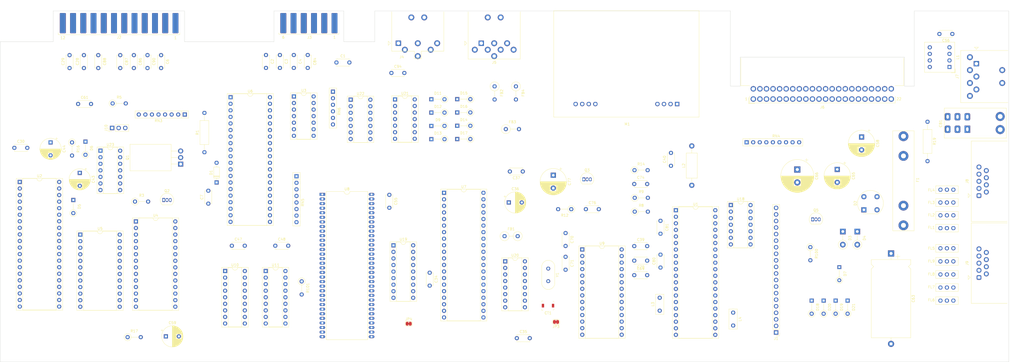
<source format=kicad_pcb>
(kicad_pcb (version 20171130) (host pcbnew 5.1.5)
  (title_block (title "C64C Motherboard Assy 250469 Rev. A") (date 2020-04-20) (rev 1.4) (company "Commodore 1982"))
  (layers (0 F.Cu signal) (31 B.Cu signal) (35 F.Paste user) (36 B.SilkS user) (37 F.SilkS user) (38 B.Mask user) (39 F.Mask user) (44 Edge.Cuts user))
  (net 0 "")
  (net 1 +5V)
  (net 2 GND)
  (net 3 C_SENSE)
  (net 4 C_WRITE)
  (net 5 ~SRQ)
  (net 6 "/User Port - CIA 2/~FLAG_2")
  (net 7 9V_AC1)
  (net 8 9V_AC2)
  (net 9 +9V)
  (net 10 "Net-(C43-Pad1)")
  (net 11 "Net-(C44-Pad1)")
  (net 12 "Net-(C56-Pad1)")
  (net 13 "/Keyboard - CIA 1/~RESTORE")
  (net 14 +9V_UNREG)
  (net 15 "Net-(C65-Pad1)")
  (net 16 "Net-(C66-Pad1)")
  (net 17 "Net-(C70-Pad2)")
  (net 18 "Net-(C70-Pad1)")
  (net 19 "Net-(C71-Pad1)")
  (net 20 "Net-(C71-Pad2)")
  (net 21 "Net-(C74-Pad1)")
  (net 22 "Net-(C76-Pad2)")
  (net 23 AUDIO_OUT)
  (net 24 AUDIO_IN)
  (net 25 "Net-(C79-Pad2)")
  (net 26 POT_X)
  (net 27 POT_Y)
  (net 28 "/Tape - Serial/MOTOR")
  (net 29 CNT1)
  (net 30 SP1)
  (net 31 ATN)
  (net 32 ~INTRES)
  (net 33 "Net-(CB1-Pad1)")
  (net 34 "Net-(CB1-Pad4)")
  (net 35 "Net-(CB1-Pad3)")
  (net 36 "Net-(CB1-Pad6)")
  (net 37 "Net-(CT1-Pad1)")
  (net 38 "Net-(D1-Pad1)")
  (net 39 "Net-(D7-Pad1)")
  (net 40 DATA)
  (net 41 CLK)
  (net 42 "/Joystick Ports/POT_BX")
  (net 43 "/Joystick Ports/POT_BY")
  (net 44 "Net-(F1-Pad2)")
  (net 45 "Net-(FB1-Pad2)")
  (net 46 DOTCLK)
  (net 47 "Net-(FB2-Pad2)")
  (net 48 "Net-(FB2-Pad1)")
  (net 49 "Net-(FB3-Pad1)")
  (net 50 "Net-(FB3-Pad2)")
  (net 51 "Net-(FB4-Pad1)")
  (net 52 "Net-(FB4-Pad2)")
  (net 53 COL0)
  (net 54 "/Joystick Ports/JOY_B0")
  (net 55 "/Joystick Ports/JOY_B1")
  (net 56 COL1)
  (net 57 COL2)
  (net 58 "/Joystick Ports/JOY_B2")
  (net 59 "/Joystick Ports/JOY_B3")
  (net 60 COL3)
  (net 61 "/Joystick Ports/BTN_B")
  (net 62 COL4)
  (net 63 ROW0)
  (net 64 "/Joystick Ports/JOY_A0")
  (net 65 "/Joystick Ports/JOY_A1")
  (net 66 ROW1)
  (net 67 ROW2)
  (net 68 "/Joystick Ports/JOY_A2")
  (net 69 "/Joystick Ports/JOY_A3")
  (net 70 ROW3)
  (net 71 "Net-(J1-Pad2)")
  (net 72 "Net-(J1-Pad3)")
  (net 73 "/Keyboard - CIA 1/ROW6")
  (net 74 "/Keyboard - CIA 1/ROW5")
  (net 75 ROW4)
  (net 76 "/Keyboard - CIA 1/ROW7")
  (net 77 COL6)
  (net 78 COL5)
  (net 79 COL7)
  (net 80 "/User Port - CIA 2/PA2")
  (net 81 "/User Port - CIA 2/PB7")
  (net 82 "/User Port - CIA 2/PB6")
  (net 83 "/User Port - CIA 2/PB5")
  (net 84 "/User Port - CIA 2/PB4")
  (net 85 "/User Port - CIA 2/PB3")
  (net 86 "/User Port - CIA 2/PB2")
  (net 87 "/User Port - CIA 2/PB1")
  (net 88 "/User Port - CIA 2/PB0")
  (net 89 "/User Port - CIA 2/~PC2")
  (net 90 "/User Port - CIA 2/SP2")
  (net 91 "/User Port - CIA 2/CNT2")
  (net 92 ~EXTRST)
  (net 93 "Net-(J5-Pad7)")
  (net 94 ~IRQ)
  (net 95 R~W)
  (net 96 ~IO1)
  (net 97 ~GAME)
  (net 98 ~EXROM)
  (net 99 ~IO2)
  (net 100 ~ROML)
  (net 101 "/CPU - Expansion Port/BA")
  (net 102 "/CPU - Expansion Port/~DMA")
  (net 103 D7)
  (net 104 D6)
  (net 105 D5)
  (net 106 D4)
  (net 107 D3)
  (net 108 D2)
  (net 109 D1)
  (net 110 D0)
  (net 111 "Net-(J7-Pad4)")
  (net 112 "Net-(J7-Pad6)")
  (net 113 "Net-(J7-Pad7)")
  (net 114 "/Joystick Ports/POT_AX")
  (net 115 "/Joystick Ports/POT_AY")
  (net 116 "Net-(J10-Pad1)")
  (net 117 "Net-(JP3-Pad2)")
  (net 118 ~CAS)
  (net 119 "Net-(JP4-Pad2)")
  (net 120 "Net-(L2-Pad2)")
  (net 121 BTNA_LP)
  (net 122 "/Video - ClockGen/COLOR")
  (net 123 "/Video - ClockGen/SL")
  (net 124 "Net-(Q2-Pad3)")
  (net 125 C_MOTOR)
  (net 126 "Net-(R8-Pad1)")
  (net 127 "Net-(R101-Pad2)")
  (net 128 "/Memory Controller - RAM/~CASR")
  (net 129 ~NMI)
  (net 130 A15)
  (net 131 A14)
  (net 132 A13)
  (net 133 A12)
  (net 134 "Net-(RN5-Pad8)")
  (net 135 ~CHAREN)
  (net 136 ~HIRAM)
  (net 137 ~LORAM)
  (net 138 TOD)
  (net 139 A0)
  (net 140 "Net-(U1-Pad18)")
  (net 141 A1)
  (net 142 A2)
  (net 143 A3)
  (net 144 PHI2)
  (net 145 ~CIA1)
  (net 146 ~VA14)
  (net 147 ~VA15)
  (net 148 ~CIA2)
  (net 149 "/User Port - CIA 2/ATNOUT")
  (net 150 "/User Port - CIA 2/CLKOUT")
  (net 151 "/User Port - CIA 2/DATAOUT")
  (net 152 "Net-(U3-Pad8)")
  (net 153 AEC)
  (net 154 ~KBR_CS)
  (net 155 "Net-(U3-Pad12)")
  (net 156 "Net-(U3-Pad6)")
  (net 157 "Net-(U3-Pad13)")
  (net 158 A8)
  (net 159 A9)
  (net 160 A11)
  (net 161 A10)
  (net 162 A4)
  (net 163 A5)
  (net 164 A6)
  (net 165 A7)
  (net 166 "Net-(U4-Pad1)")
  (net 167 ~CHAROM)
  (net 168 PHI0)
  (net 169 "/Video - ClockGen/COLCLK")
  (net 170 MA0)
  (net 171 MA1)
  (net 172 MA2)
  (net 173 MA3)
  (net 174 MA4)
  (net 175 MA5)
  (net 176 ~VIC)
  (net 177 VA6)
  (net 178 VA7)
  (net 179 BA)
  (net 180 D11)
  (net 181 D10)
  (net 182 D9)
  (net 183 ~RAS)
  (net 184 D8)
  (net 185 "Net-(U22-Pad11)")
  (net 186 RESTORE)
  (net 187 ~ROMH)
  (net 188 "/Memory Controller - RAM/~COLRAM")
  (net 189 "Net-(U8-Pad18)")
  (net 190 "Net-(U8-Pad19)")
  (net 191 "Net-(U8-Pad20)")
  (net 192 "Net-(U8-Pad21)")
  (net 193 ~SID)
  (net 194 "/Memory Controller - RAM/~WE")
  (net 195 MA6)
  (net 196 MA7)
  (net 197 "Net-(U8-Pad32)")
  (net 198 "Net-(U20-Pad1)")
  (net 199 "Net-(U20-Pad10)")
  (net 200 "Net-(U20-Pad3)")
  (net 201 "Net-(U20-Pad11)")
  (net 202 "Net-(U20-Pad5)")
  (net 203 "Net-(U20-Pad14)")
  (net 204 "Net-(U20-Pad16)")
  (net 205 "Net-(U22-Pad1)")
  (module 250469-01:Sullins_EBC22DRAN (layer F.Cu) (at 391.25 163.7)
    (fp_text reference J6 (at 26.67 3.17) (layer F.SilkS))
    (fp_text value Conn_02x22_Edge_Female)
    (fp_text user 22 (at 56.3 0) (layer F.SilkS))
    (fp_text user 1 (at -2.7 0) (layer F.SilkS))
    (pad A thru_hole circle (at 0 -3.96) (size 2.12 2.12) (drill 1.28) (layers *.Cu *.Mask) (net 2 GND))
    (pad B thru_hole circle (at 2.54 -3.96) (size 2.12 2.12) (drill 1.28) (layers *.Cu *.Mask) (net 187 ~ROMH))
    (pad C thru_hole circle (at 5.08 -3.96) (size 2.12 2.12) (drill 1.28) (layers *.Cu *.Mask) (net 32 ~INTRES))
    (pad D thru_hole circle (at 7.62 -3.96) (size 2.12 2.12) (drill 1.28) (layers *.Cu *.Mask) (net 129 ~NMI))
    (pad E thru_hole circle (at 10.16 -3.96) (size 2.12 2.12) (drill 1.28) (layers *.Cu *.Mask) (net 144 PHI2))
    (pad F thru_hole circle (at 12.7 -3.96) (size 2.12 2.12) (drill 1.28) (layers *.Cu *.Mask) (net 130 A15))
    (pad H thru_hole circle (at 15.24 -3.96) (size 2.12 2.12) (drill 1.28) (layers *.Cu *.Mask) (net 131 A14))
    (pad J thru_hole circle (at 17.78 -3.96) (size 2.12 2.12) (drill 1.28) (layers *.Cu *.Mask) (net 132 A13))
    (pad K thru_hole circle (at 20.32 -3.96) (size 2.12 2.12) (drill 1.28) (layers *.Cu *.Mask) (net 133 A12))
    (pad L thru_hole circle (at 22.86 -3.96) (size 2.12 2.12) (drill 1.28) (layers *.Cu *.Mask) (net 160 A11))
    (pad M thru_hole circle (at 25.4 -3.96) (size 2.12 2.12) (drill 1.28) (layers *.Cu *.Mask) (net 161 A10))
    (pad N thru_hole circle (at 27.94 -3.96) (size 2.12 2.12) (drill 1.28) (layers *.Cu *.Mask) (net 159 A9))
    (pad P thru_hole circle (at 30.48 -3.96) (size 2.12 2.12) (drill 1.28) (layers *.Cu *.Mask) (net 158 A8))
    (pad R thru_hole circle (at 33.02 -3.96) (size 2.12 2.12) (drill 1.28) (layers *.Cu *.Mask) (net 165 A7))
    (pad S thru_hole circle (at 35.56 -3.96) (size 2.12 2.12) (drill 1.28) (layers *.Cu *.Mask) (net 164 A6))
    (pad T thru_hole circle (at 38.1 -3.96) (size 2.12 2.12) (drill 1.28) (layers *.Cu *.Mask) (net 163 A5))
    (pad U thru_hole circle (at 40.64 -3.96) (size 2.12 2.12) (drill 1.28) (layers *.Cu *.Mask) (net 162 A4))
    (pad V thru_hole circle (at 43.18 -3.96) (size 2.12 2.12) (drill 1.28) (layers *.Cu *.Mask) (net 143 A3))
    (pad W thru_hole circle (at 45.72 -3.96) (size 2.12 2.12) (drill 1.28) (layers *.Cu *.Mask) (net 142 A2))
    (pad X thru_hole circle (at 48.26 -3.96) (size 2.12 2.12) (drill 1.28) (layers *.Cu *.Mask) (net 141 A1))
    (pad Y thru_hole circle (at 50.8 -3.96) (size 2.12 2.12) (drill 1.28) (layers *.Cu *.Mask) (net 139 A0))
    (pad Z thru_hole circle (at 53.34 -3.96) (size 2.12 2.12) (drill 1.28) (layers *.Cu *.Mask) (net 2 GND))
    (pad 22 thru_hole circle (at 53.34 0) (size 2.12 2.12) (drill 1.28) (layers *.Cu *.Mask) (net 2 GND))
    (pad 21 thru_hole circle (at 50.8 0) (size 2.12 2.12) (drill 1.28) (layers *.Cu *.Mask) (net 110 D0))
    (pad 20 thru_hole circle (at 48.26 0) (size 2.12 2.12) (drill 1.28) (layers *.Cu *.Mask) (net 109 D1))
    (pad 19 thru_hole circle (at 45.72 0) (size 2.12 2.12) (drill 1.28) (layers *.Cu *.Mask) (net 108 D2))
    (pad 18 thru_hole circle (at 43.18 0) (size 2.12 2.12) (drill 1.28) (layers *.Cu *.Mask) (net 107 D3))
    (pad 17 thru_hole circle (at 40.64 0) (size 2.12 2.12) (drill 1.28) (layers *.Cu *.Mask) (net 106 D4))
    (pad 16 thru_hole circle (at 38.1 0) (size 2.12 2.12) (drill 1.28) (layers *.Cu *.Mask) (net 105 D5))
    (pad 15 thru_hole circle (at 35.56 0) (size 2.12 2.12) (drill 1.28) (layers *.Cu *.Mask) (net 104 D6))
    (pad 14 thru_hole circle (at 33.02 0) (size 2.12 2.12) (drill 1.28) (layers *.Cu *.Mask) (net 103 D7))
    (pad 13 thru_hole circle (at 30.48 0) (size 2.12 2.12) (drill 1.28) (layers *.Cu *.Mask) (net 102 "/CPU - Expansion Port/~DMA"))
    (pad 12 thru_hole circle (at 27.94 0) (size 2.12 2.12) (drill 1.28) (layers *.Cu *.Mask) (net 101 "/CPU - Expansion Port/BA"))
    (pad 11 thru_hole circle (at 25.4 0) (size 2.12 2.12) (drill 1.28) (layers *.Cu *.Mask) (net 100 ~ROML))
    (pad 10 thru_hole circle (at 22.86 0) (size 2.12 2.12) (drill 1.28) (layers *.Cu *.Mask) (net 99 ~IO2))
    (pad 9 thru_hole circle (at 20.32 0) (size 2.12 2.12) (drill 1.28) (layers *.Cu *.Mask) (net 98 ~EXROM))
    (pad 8 thru_hole circle (at 17.78 0) (size 2.12 2.12) (drill 1.28) (layers *.Cu *.Mask) (net 97 ~GAME))
    (pad 7 thru_hole circle (at 15.24 0) (size 2.12 2.12) (drill 1.28) (layers *.Cu *.Mask) (net 96 ~IO1))
    (pad 6 thru_hole circle (at 12.7 0) (size 2.12 2.12) (drill 1.28) (layers *.Cu *.Mask) (net 46 DOTCLK))
    (pad 5 thru_hole circle (at 10.16 0) (size 2.12 2.12) (drill 1.28) (layers *.Cu *.Mask) (net 95 R~W))
    (pad 4 thru_hole circle (at 7.62 0) (size 2.12 2.12) (drill 1.28) (layers *.Cu *.Mask) (net 94 ~IRQ))
    (pad 3 thru_hole circle (at 5.08 0) (size 2.12 2.12) (drill 1.28) (layers *.Cu *.Mask) (net 1 +5V))
    (pad 2 thru_hole circle (at 2.54 0) (size 2.12 2.12) (drill 1.28) (layers *.Cu *.Mask) (net 1 +5V))
    (pad 1 thru_hole circle (at 0 0) (size 2.12 2.12) (drill 1.28) (layers *.Cu *.Mask) (net 2 GND))
  )
  (module Package_DIP:DIP-40_W15.24mm_Socket (layer F.Cu) (at 271.65 200)
    (fp_text reference U7 (at 7.62 -2.33) (layer F.SilkS))
    (fp_text value 8565R2)
    (pad 40 thru_hole oval (at 15.24 0) (size 1.6 1.6) (drill 0.8) (layers *.Cu *.Mask) (net 1 +5V))
    (pad 20 thru_hole oval (at 0 48.26) (size 1.6 1.6) (drill 0.8) (layers *.Cu *.Mask) (net 2 GND))
    (pad 39 thru_hole oval (at 15.24 2.54) (size 1.6 1.6) (drill 0.8) (layers *.Cu *.Mask) (net 103 D7))
    (pad 19 thru_hole oval (at 0 45.72) (size 1.6 1.6) (drill 0.8) (layers *.Cu *.Mask) (net 119 "Net-(JP4-Pad2)"))
    (pad 38 thru_hole oval (at 15.24 5.08) (size 1.6 1.6) (drill 0.8) (layers *.Cu *.Mask) (net 184 D8))
    (pad 18 thru_hole oval (at 0 43.18) (size 1.6 1.6) (drill 0.8) (layers *.Cu *.Mask) (net 183 ~RAS))
    (pad 37 thru_hole oval (at 15.24 7.62) (size 1.6 1.6) (drill 0.8) (layers *.Cu *.Mask) (net 182 D9))
    (pad 17 thru_hole oval (at 0 40.64) (size 1.6 1.6) (drill 0.8) (layers *.Cu *.Mask) (net 168 PHI0))
    (pad 36 thru_hole oval (at 15.24 10.16) (size 1.6 1.6) (drill 0.8) (layers *.Cu *.Mask) (net 181 D10))
    (pad 16 thru_hole oval (at 0 38.1) (size 1.6 1.6) (drill 0.8) (layers *.Cu *.Mask) (net 153 AEC))
    (pad 35 thru_hole oval (at 15.24 12.7) (size 1.6 1.6) (drill 0.8) (layers *.Cu *.Mask) (net 180 D11))
    (pad 15 thru_hole oval (at 0 35.56) (size 1.6 1.6) (drill 0.8) (layers *.Cu *.Mask) (net 123 "/Video - ClockGen/SL"))
    (pad 34 thru_hole oval (at 15.24 15.24) (size 1.6 1.6) (drill 0.8) (layers *.Cu *.Mask) (net 161 A10))
    (pad 14 thru_hole oval (at 0 33.02) (size 1.6 1.6) (drill 0.8) (layers *.Cu *.Mask) (net 122 "/Video - ClockGen/COLOR"))
    (pad 33 thru_hole oval (at 15.24 17.78) (size 1.6 1.6) (drill 0.8) (layers *.Cu *.Mask) (net 159 A9))
    (pad 13 thru_hole oval (at 0 30.48) (size 1.6 1.6) (drill 0.8) (layers *.Cu *.Mask) (net 1 +5V))
    (pad 32 thru_hole oval (at 15.24 20.32) (size 1.6 1.6) (drill 0.8) (layers *.Cu *.Mask) (net 158 A8))
    (pad 12 thru_hole oval (at 0 27.94) (size 1.6 1.6) (drill 0.8) (layers *.Cu *.Mask) (net 179 BA))
    (pad 31 thru_hole oval (at 15.24 22.86) (size 1.6 1.6) (drill 0.8) (layers *.Cu *.Mask) (net 178 VA7))
    (pad 11 thru_hole oval (at 0 25.4) (size 1.6 1.6) (drill 0.8) (layers *.Cu *.Mask) (net 95 R~W))
    (pad 30 thru_hole oval (at 15.24 25.4) (size 1.6 1.6) (drill 0.8) (layers *.Cu *.Mask) (net 177 VA6))
    (pad 10 thru_hole oval (at 0 22.86) (size 1.6 1.6) (drill 0.8) (layers *.Cu *.Mask) (net 176 ~VIC))
    (pad 29 thru_hole oval (at 15.24 27.94) (size 1.6 1.6) (drill 0.8) (layers *.Cu *.Mask) (net 175 MA5))
    (pad 9 thru_hole oval (at 0 20.32) (size 1.6 1.6) (drill 0.8) (layers *.Cu *.Mask) (net 121 BTNA_LP))
    (pad 28 thru_hole oval (at 15.24 30.48) (size 1.6 1.6) (drill 0.8) (layers *.Cu *.Mask) (net 174 MA4))
    (pad 8 thru_hole oval (at 0 17.78) (size 1.6 1.6) (drill 0.8) (layers *.Cu *.Mask) (net 94 ~IRQ))
    (pad 27 thru_hole oval (at 15.24 33.02) (size 1.6 1.6) (drill 0.8) (layers *.Cu *.Mask) (net 173 MA3))
    (pad 7 thru_hole oval (at 0 15.24) (size 1.6 1.6) (drill 0.8) (layers *.Cu *.Mask) (net 110 D0))
    (pad 26 thru_hole oval (at 15.24 35.56) (size 1.6 1.6) (drill 0.8) (layers *.Cu *.Mask) (net 172 MA2))
    (pad 6 thru_hole oval (at 0 12.7) (size 1.6 1.6) (drill 0.8) (layers *.Cu *.Mask) (net 109 D1))
    (pad 25 thru_hole oval (at 15.24 38.1) (size 1.6 1.6) (drill 0.8) (layers *.Cu *.Mask) (net 171 MA1))
    (pad 5 thru_hole oval (at 0 10.16) (size 1.6 1.6) (drill 0.8) (layers *.Cu *.Mask) (net 108 D2))
    (pad 24 thru_hole oval (at 15.24 40.64) (size 1.6 1.6) (drill 0.8) (layers *.Cu *.Mask) (net 170 MA0))
    (pad 4 thru_hole oval (at 0 7.62) (size 1.6 1.6) (drill 0.8) (layers *.Cu *.Mask) (net 107 D3))
    (pad 23 thru_hole oval (at 15.24 43.18) (size 1.6 1.6) (drill 0.8) (layers *.Cu *.Mask) (net 160 A11))
    (pad 3 thru_hole oval (at 0 5.08) (size 1.6 1.6) (drill 0.8) (layers *.Cu *.Mask) (net 106 D4))
    (pad 22 thru_hole oval (at 15.24 45.72) (size 1.6 1.6) (drill 0.8) (layers *.Cu *.Mask) (net 46 DOTCLK))
    (pad 2 thru_hole oval (at 0 2.54) (size 1.6 1.6) (drill 0.8) (layers *.Cu *.Mask) (net 105 D5))
    (pad 21 thru_hole oval (at 15.24 48.26) (size 1.6 1.6) (drill 0.8) (layers *.Cu *.Mask) (net 169 "/Video - ClockGen/COLCLK"))
    (pad 1 thru_hole rect (at 0 0) (size 1.6 1.6) (drill 0.8) (layers *.Cu *.Mask) (net 104 D6))
  )
  (module Capacitor_THT:C_Disc_D4.7mm_W2.5mm_P5.00mm (layer F.Cu) (at 230.05 149.55)
    (fp_text reference C1 (at 2.5 -2.5) (layer F.SilkS))
    (fp_text value 0.1u)
    (pad 2 thru_hole circle (at 5 0) (size 1.6 1.6) (drill 0.8) (layers *.Cu *.Mask) (net 2 GND))
    (pad 1 thru_hole circle (at 0 0) (size 1.6 1.6) (drill 0.8) (layers *.Cu *.Mask) (net 1 +5V))
  )
  (module Capacitor_THT:C_Disc_D4.7mm_W2.5mm_P5.00mm (layer F.Cu) (at 202.8 146.65 270)
    (fp_text reference C2 (at 2.5 -2.5 90) (layer F.SilkS))
    (fp_text value 470p)
    (pad 2 thru_hole circle (at 5 0 270) (size 1.6 1.6) (drill 0.8) (layers *.Cu *.Mask) (net 2 GND))
    (pad 1 thru_hole circle (at 0 0 270) (size 1.6 1.6) (drill 0.8) (layers *.Cu *.Mask) (net 3 C_SENSE))
  )
  (module Capacitor_THT:C_Disc_D4.7mm_W2.5mm_P5.00mm (layer F.Cu) (at 208.183333 146.65 270)
    (fp_text reference C3 (at 2.5 -2.5 90) (layer F.SilkS))
    (fp_text value 470p)
    (pad 2 thru_hole circle (at 5 0 270) (size 1.6 1.6) (drill 0.8) (layers *.Cu *.Mask) (net 2 GND))
    (pad 1 thru_hole circle (at 0 0 270) (size 1.6 1.6) (drill 0.8) (layers *.Cu *.Mask) (net 4 C_WRITE))
  )
  (module Capacitor_THT:C_Disc_D4.7mm_W2.5mm_P5.00mm (layer F.Cu) (at 213.566666 146.65 270)
    (fp_text reference C4 (at 2.5 -2.5 90) (layer F.SilkS))
    (fp_text value 470p)
    (pad 2 thru_hole circle (at 5 0 270) (size 1.6 1.6) (drill 0.8) (layers *.Cu *.Mask) (net 2 GND))
    (pad 1 thru_hole circle (at 0 0 270) (size 1.6 1.6) (drill 0.8) (layers *.Cu *.Mask) (net 5 ~SRQ))
  )
  (module Capacitor_THT:C_Disc_D4.7mm_W2.5mm_P5.00mm (layer F.Cu) (at 162.25 146.7 270)
    (fp_text reference C6 (at 2.5 -2.5 90) (layer F.SilkS))
    (fp_text value 470p)
    (pad 2 thru_hole circle (at 5 0 270) (size 1.6 1.6) (drill 0.8) (layers *.Cu *.Mask) (net 2 GND))
    (pad 1 thru_hole circle (at 0 0 270) (size 1.6 1.6) (drill 0.8) (layers *.Cu *.Mask) (net 6 "/User Port - CIA 2/~FLAG_2"))
  )
  (module Capacitor_THT:C_Disc_D4.7mm_W2.5mm_P5.00mm (layer F.Cu) (at 180.5 204.2 90)
    (fp_text reference C7 (at 2.5 -2.5 90) (layer F.SilkS))
    (fp_text value 0.1u)
    (pad 2 thru_hole circle (at 5 0 90) (size 1.6 1.6) (drill 0.8) (layers *.Cu *.Mask) (net 2 GND))
    (pad 1 thru_hole circle (at 0 0 90) (size 1.6 1.6) (drill 0.8) (layers *.Cu *.Mask) (net 1 +5V))
  )
  (module Capacitor_THT:C_Disc_D4.7mm_W2.5mm_P5.00mm (layer F.Cu) (at 132.4 151.7 90)
    (fp_text reference C28 (at 2.5 -2.5 90) (layer F.SilkS))
    (fp_text value 0.1u)
    (pad 2 thru_hole circle (at 5 0 90) (size 1.6 1.6) (drill 0.8) (layers *.Cu *.Mask) (net 2 GND))
    (pad 1 thru_hole circle (at 0 0 90) (size 1.6 1.6) (drill 0.8) (layers *.Cu *.Mask) (net 7 9V_AC1))
  )
  (module Capacitor_THT:C_Disc_D4.7mm_W2.5mm_P5.00mm (layer F.Cu) (at 126.85 151.7 90)
    (fp_text reference C29 (at 2.5 -2.5 90) (layer F.SilkS))
    (fp_text value 0.1u)
    (pad 2 thru_hole circle (at 5 0 90) (size 1.6 1.6) (drill 0.8) (layers *.Cu *.Mask) (net 2 GND))
    (pad 1 thru_hole circle (at 0 0 90) (size 1.6 1.6) (drill 0.8) (layers *.Cu *.Mask) (net 8 9V_AC2))
  )
  (module Capacitor_THT:C_Disc_D4.7mm_W2.5mm_P5.00mm (layer F.Cu) (at 105.5 182.6)
    (fp_text reference C30 (at 2.5 -2.5) (layer F.SilkS))
    (fp_text value 0.1u)
    (pad 2 thru_hole circle (at 5 0) (size 1.6 1.6) (drill 0.8) (layers *.Cu *.Mask) (net 2 GND))
    (pad 1 thru_hole circle (at 0 0) (size 1.6 1.6) (drill 0.8) (layers *.Cu *.Mask) (net 1 +5V))
  )
  (module Capacitor_THT:C_Disc_D4.7mm_W2.5mm_P5.00mm (layer F.Cu) (at 266.1 230.95 270)
    (fp_text reference C34 (at 2.5 -2.5 90) (layer F.SilkS))
    (fp_text value 0.1u)
    (pad 2 thru_hole circle (at 5 0 270) (size 1.6 1.6) (drill 0.8) (layers *.Cu *.Mask) (net 2 GND))
    (pad 1 thru_hole circle (at 0 0 270) (size 1.6 1.6) (drill 0.8) (layers *.Cu *.Mask) (net 1 +5V))
  )
  (module Capacitor_THT:C_Disc_D4.7mm_W2.5mm_P5.00mm (layer F.Cu) (at 299.8 256.3)
    (fp_text reference C35 (at 2.5 -2.5) (layer F.SilkS))
    (fp_text value 0.1u)
    (pad 2 thru_hole circle (at 5 0) (size 1.6 1.6) (drill 0.8) (layers *.Cu *.Mask) (net 2 GND))
    (pad 1 thru_hole circle (at 0 0) (size 1.6 1.6) (drill 0.8) (layers *.Cu *.Mask) (net 1 +5V))
  )
  (module Capacitor_THT:CP_Radial_D8.0mm_P5.00mm (layer F.Cu) (at 296.7 203.75)
    (fp_text reference C36 (at 2.5 -5.25) (layer F.SilkS))
    (fp_text value 47u/16V)
    (pad 2 thru_hole circle (at 5 0) (size 1.6 1.6) (drill 0.8) (layers *.Cu *.Mask) (net 2 GND))
    (pad 1 thru_hole rect (at 0 0) (size 1.6 1.6) (drill 0.8) (layers *.Cu *.Mask) (net 1 +5V))
  )
  (module Capacitor_THT:C_Disc_D4.7mm_W2.5mm_P5.00mm (layer F.Cu) (at 302.1 191.75 180)
    (fp_text reference C37 (at 2.5 -2.5) (layer F.SilkS))
    (fp_text value 0.1u)
    (pad 2 thru_hole circle (at 5 0 180) (size 1.6 1.6) (drill 0.8) (layers *.Cu *.Mask) (net 2 GND))
    (pad 1 thru_hole circle (at 0 0 180) (size 1.6 1.6) (drill 0.8) (layers *.Cu *.Mask) (net 1 +5V))
  )
  (module Capacitor_THT:C_Disc_D4.7mm_W2.5mm_P5.00mm (layer F.Cu) (at 345.2 220.65)
    (fp_text reference C39 (at 2.5 -2.5) (layer F.SilkS))
    (fp_text value 0.1u)
    (pad 2 thru_hole circle (at 5 0) (size 1.6 1.6) (drill 0.8) (layers *.Cu *.Mask) (net 2 GND))
    (pad 1 thru_hole circle (at 0 0) (size 1.6 1.6) (drill 0.8) (layers *.Cu *.Mask) (net 9 +9V))
  )
  (module Capacitor_THT:C_Disc_D4.7mm_W2.5mm_P5.00mm (layer F.Cu) (at 359.4 189.55 90)
    (fp_text reference C40 (at 2.5 -2.5 90) (layer F.SilkS))
    (fp_text value 0.1u)
    (pad 2 thru_hole circle (at 5 0 90) (size 1.6 1.6) (drill 0.8) (layers *.Cu *.Mask) (net 2 GND))
    (pad 1 thru_hole circle (at 0 0 90) (size 1.6 1.6) (drill 0.8) (layers *.Cu *.Mask) (net 1 +5V))
  )
  (module Capacitor_THT:CP_Radial_D8.0mm_P5.00mm (layer F.Cu) (at 130.8 192.3 270)
    (fp_text reference C43 (at 2.5 -5.25 90) (layer F.SilkS))
    (fp_text value 220u)
    (pad 2 thru_hole circle (at 5 0 270) (size 1.6 1.6) (drill 0.8) (layers *.Cu *.Mask) (net 2 GND))
    (pad 1 thru_hole rect (at 0 0 270) (size 1.6 1.6) (drill 0.8) (layers *.Cu *.Mask) (net 10 "Net-(C43-Pad1)"))
  )
  (module Capacitor_THT:CP_Radial_D8.0mm_P5.00mm (layer F.Cu) (at 119.5 180.5 270)
    (fp_text reference C44 (at 2.5 -5.25 90) (layer F.SilkS))
    (fp_text value 2.2u)
    (pad 2 thru_hole circle (at 5 0 270) (size 1.6 1.6) (drill 0.8) (layers *.Cu *.Mask) (net 2 GND))
    (pad 1 thru_hole rect (at 0 0 270) (size 1.6 1.6) (drill 0.8) (layers *.Cu *.Mask) (net 11 "Net-(C44-Pad1)"))
  )
  (module Capacitor_THT:C_Disc_D4.7mm_W2.5mm_P5.00mm (layer F.Cu) (at 189.6 220.5)
    (fp_text reference C47 (at 2.5 -2.5) (layer F.SilkS))
    (fp_text value 0.1u)
    (pad 2 thru_hole circle (at 5 0) (size 1.6 1.6) (drill 0.8) (layers *.Cu *.Mask) (net 2 GND))
    (pad 1 thru_hole circle (at 0 0) (size 1.6 1.6) (drill 0.8) (layers *.Cu *.Mask) (net 1 +5V))
  )
  (module Capacitor_THT:C_Disc_D4.7mm_W2.5mm_P5.00mm (layer F.Cu) (at 206.4 220.5)
    (fp_text reference C48 (at 2.5 -2.5) (layer F.SilkS))
    (fp_text value 0.1u)
    (pad 2 thru_hole circle (at 5 0) (size 1.6 1.6) (drill 0.8) (layers *.Cu *.Mask) (net 2 GND))
    (pad 1 thru_hole circle (at 0 0) (size 1.6 1.6) (drill 0.8) (layers *.Cu *.Mask) (net 1 +5V))
  )
  (module Capacitor_THT:C_Disc_D4.7mm_W2.5mm_P5.00mm (layer F.Cu) (at 250.5 200.8 270)
    (fp_text reference C55 (at 2.5 -2.5 90) (layer F.SilkS))
    (fp_text value 0.1u)
    (pad 2 thru_hole circle (at 5 0 270) (size 1.6 1.6) (drill 0.8) (layers *.Cu *.Mask) (net 2 GND))
    (pad 1 thru_hole circle (at 0 0 270) (size 1.6 1.6) (drill 0.8) (layers *.Cu *.Mask) (net 1 +5V))
  )
  (module Capacitor_THT:C_Disc_D4.7mm_W2.5mm_P5.00mm (layer F.Cu) (at 468.2 138.5 180)
    (fp_text reference C56 (at 2.5 -2.5) (layer F.SilkS))
    (fp_text value 0.1u)
    (pad 2 thru_hole circle (at 5 0 180) (size 1.6 1.6) (drill 0.8) (layers *.Cu *.Mask) (net 2 GND))
    (pad 1 thru_hole circle (at 0 0 180) (size 1.6 1.6) (drill 0.8) (layers *.Cu *.Mask) (net 12 "Net-(C56-Pad1)"))
  )
  (module Capacitor_THT:CP_Radial_D10.0mm_P5.00mm (layer F.Cu) (at 433.1 178.4 270)
    (fp_text reference C58 (at 2.5 -6.25 90) (layer F.SilkS))
    (fp_text value 100u/16V)
    (pad 2 thru_hole circle (at 5 0 270) (size 2 2) (drill 1) (layers *.Cu *.Mask) (net 2 GND))
    (pad 1 thru_hole rect (at 0 0 270) (size 2 2) (drill 1) (layers *.Cu *.Mask) (net 1 +5V))
  )
  (module Capacitor_THT:CP_Radial_D8.0mm_P5.00mm (layer F.Cu) (at 164.1 255.6)
    (fp_text reference C59 (at 2.5 -5.25) (layer F.SilkS))
    (fp_text value 4.7u)
    (pad 2 thru_hole circle (at 5 0) (size 1.6 1.6) (drill 0.8) (layers *.Cu *.Mask) (net 2 GND))
    (pad 1 thru_hole rect (at 0 0) (size 1.6 1.6) (drill 0.8) (layers *.Cu *.Mask) (net 13 "/Keyboard - CIA 1/~RESTORE"))
  )
  (module Capacitor_THT:C_Disc_D4.7mm_W2.5mm_P5.00mm (layer F.Cu) (at 130.15 165.6)
    (fp_text reference C61 (at 2.5 -2.5) (layer F.SilkS))
    (fp_text value 0.1u)
    (pad 2 thru_hole circle (at 5 0) (size 1.6 1.6) (drill 0.8) (layers *.Cu *.Mask) (net 2 GND))
    (pad 1 thru_hole circle (at 0 0) (size 1.6 1.6) (drill 0.8) (layers *.Cu *.Mask) (net 7 9V_AC1))
  )
  (module Capacitor_THT:CP_Axial_L30.0mm_D15.0mm_P35.00mm_Horizontal (layer F.Cu) (at 444.5 223.5 270)
    (fp_text reference C63 (at 17.5 -8.62 90) (layer F.SilkS))
    (fp_text value 1000u/16V)
    (pad 2 thru_hole oval (at 35 0 270) (size 2.4 2.4) (drill 1.2) (layers *.Cu *.Mask) (net 2 GND))
    (pad 1 thru_hole rect (at 0 0 270) (size 2.4 2.4) (drill 1.2) (layers *.Cu *.Mask) (net 14 +9V_UNREG))
  )
  (module Capacitor_THT:CP_Radial_D10.0mm_P5.00mm (layer F.Cu) (at 423.7 190.95 270)
    (fp_text reference C65 (at 2.5 -6.25 90) (layer F.SilkS))
    (fp_text value 220u)
    (pad 2 thru_hole circle (at 5 0 270) (size 2 2) (drill 1) (layers *.Cu *.Mask) (net 8 9V_AC2))
    (pad 1 thru_hole rect (at 0 0 270) (size 2 2) (drill 1) (layers *.Cu *.Mask) (net 15 "Net-(C65-Pad1)"))
  )
  (module Capacitor_THT:CP_Radial_D12.5mm_P5.00mm (layer F.Cu) (at 408.25 190.993718 270)
    (fp_text reference C66 (at 2.5 -7.5 90) (layer F.SilkS))
    (fp_text value 330u/35V)
    (pad 2 thru_hole circle (at 5 0 270) (size 2.4 2.4) (drill 1.2) (layers *.Cu *.Mask) (net 2 GND))
    (pad 1 thru_hole rect (at 0 0 270) (size 2.4 2.4) (drill 1.2) (layers *.Cu *.Mask) (net 16 "Net-(C66-Pad1)"))
  )
  (module Capacitor_THT:C_Disc_D4.7mm_W2.5mm_P5.00mm (layer F.Cu) (at 345.2 231.9)
    (fp_text reference C69 (at 2.5 -2.5) (layer F.SilkS))
    (fp_text value 0.1u)
    (pad 2 thru_hole circle (at 5 0) (size 1.6 1.6) (drill 0.8) (layers *.Cu *.Mask) (net 2 GND))
    (pad 1 thru_hole circle (at 0 0) (size 1.6 1.6) (drill 0.8) (layers *.Cu *.Mask) (net 1 +5V))
  )
  (module Capacitor_THT:C_Disc_D4.7mm_W2.5mm_P5.00mm (layer F.Cu) (at 318.65 215.6 270)
    (fp_text reference C70 (at 2.5 -2.5 90) (layer F.SilkS))
    (fp_text value 22n)
    (pad 2 thru_hole circle (at 5 0 270) (size 1.6 1.6) (drill 0.8) (layers *.Cu *.Mask) (net 17 "Net-(C70-Pad2)"))
    (pad 1 thru_hole circle (at 0 0 270) (size 1.6 1.6) (drill 0.8) (layers *.Cu *.Mask) (net 18 "Net-(C70-Pad1)"))
  )
  (module Capacitor_THT:C_Disc_D4.7mm_W2.5mm_P5.00mm (layer F.Cu) (at 318.65 224.8 270)
    (fp_text reference C71 (at 2.5 -2.5 90) (layer F.SilkS))
    (fp_text value 22n)
    (pad 2 thru_hole circle (at 5 0 270) (size 1.6 1.6) (drill 0.8) (layers *.Cu *.Mask) (net 20 "Net-(C71-Pad2)"))
    (pad 1 thru_hole circle (at 0 0 270) (size 1.6 1.6) (drill 0.8) (layers *.Cu *.Mask) (net 19 "Net-(C71-Pad1)"))
  )
  (module Capacitor_THT:C_Disc_D4.7mm_W2.5mm_P5.00mm (layer F.Cu) (at 345.2 196.6)
    (fp_text reference C74 (at 2.5 -2.5) (layer F.SilkS))
    (fp_text value 1000p)
    (pad 2 thru_hole circle (at 5 0) (size 1.6 1.6) (drill 0.8) (layers *.Cu *.Mask) (net 2 GND))
    (pad 1 thru_hole circle (at 0 0) (size 1.6 1.6) (drill 0.8) (layers *.Cu *.Mask) (net 21 "Net-(C74-Pad1)"))
  )
  (module Capacitor_THT:C_Disc_D4.7mm_W2.5mm_P5.00mm (layer F.Cu) (at 326.5 206.35)
    (fp_text reference C76 (at 2.5 -2.5) (layer F.SilkS))
    (fp_text value 470p)
    (pad 2 thru_hole circle (at 5 0) (size 1.6 1.6) (drill 0.8) (layers *.Cu *.Mask) (net 22 "Net-(C76-Pad2)"))
    (pad 1 thru_hole circle (at 0 0) (size 1.6 1.6) (drill 0.8) (layers *.Cu *.Mask) (net 21 "Net-(C74-Pad1)"))
  )
  (module Capacitor_THT:CP_Radial_D10.0mm_P5.00mm (layer F.Cu) (at 313.9 193.2 270)
    (fp_text reference C77 (at 2.5 -6.25 90) (layer F.SilkS))
    (fp_text value 10u)
    (pad 2 thru_hole circle (at 5 0 270) (size 2 2) (drill 1) (layers *.Cu *.Mask) (net 23 AUDIO_OUT))
    (pad 1 thru_hole rect (at 0 0 270) (size 2 2) (drill 1) (layers *.Cu *.Mask) (net 22 "Net-(C76-Pad2)"))
  )
  (module Capacitor_THT:C_Disc_D4.7mm_W2.5mm_P5.00mm (layer F.Cu) (at 350.2 226.275 180)
    (fp_text reference C79 (at 2.5 -2.5) (layer F.SilkS))
    (fp_text value 0.1u)
    (pad 2 thru_hole circle (at 5 0 180) (size 1.6 1.6) (drill 0.8) (layers *.Cu *.Mask) (net 25 "Net-(C79-Pad2)"))
    (pad 1 thru_hole circle (at 0 0 180) (size 1.6 1.6) (drill 0.8) (layers *.Cu *.Mask) (net 24 AUDIO_IN))
  )
  (module Capacitor_THT:C_Disc_D4.7mm_W2.5mm_P5.00mm (layer F.Cu) (at 355.35 228.95 90)
    (fp_text reference C80 (at 2.5 -2.5 90) (layer F.SilkS))
    (fp_text value 2200p)
    (pad 2 thru_hole circle (at 5 0 90) (size 1.6 1.6) (drill 0.8) (layers *.Cu *.Mask) (net 2 GND))
    (pad 1 thru_hole circle (at 0 0 90) (size 1.6 1.6) (drill 0.8) (layers *.Cu *.Mask) (net 26 POT_X))
  )
  (module Capacitor_THT:C_Disc_D4.7mm_W2.5mm_P5.00mm (layer F.Cu) (at 355.35 210.85 270)
    (fp_text reference C81 (at 2.5 -2.5 90) (layer F.SilkS))
    (fp_text value 2200p)
    (pad 2 thru_hole circle (at 5 0 270) (size 1.6 1.6) (drill 0.8) (layers *.Cu *.Mask) (net 2 GND))
    (pad 1 thru_hole circle (at 0 0 270) (size 1.6 1.6) (drill 0.8) (layers *.Cu *.Mask) (net 27 POT_Y))
  )
  (module Capacitor_THT:C_Disc_D4.7mm_W2.5mm_P5.00mm (layer F.Cu) (at 218.95 151.65 90)
    (fp_text reference C84 (at 2.5 2.75 90) (layer F.SilkS))
    (fp_text value 0.1u)
    (pad 2 thru_hole circle (at 5 0 90) (size 1.6 1.6) (drill 0.8) (layers *.Cu *.Mask) (net 28 "/Tape - Serial/MOTOR"))
    (pad 1 thru_hole circle (at 0 0 90) (size 1.6 1.6) (drill 0.8) (layers *.Cu *.Mask) (net 2 GND))
  )
  (module Capacitor_THT:C_Disc_D4.7mm_W2.5mm_P5.00mm (layer F.Cu) (at 151.716666 146.7 270)
    (fp_text reference C86 (at 2.5 -2.5 90) (layer F.SilkS))
    (fp_text value 220p)
    (pad 2 thru_hole circle (at 5 0 270) (size 1.6 1.6) (drill 0.8) (layers *.Cu *.Mask) (net 2 GND))
    (pad 1 thru_hole circle (at 0 0 270) (size 1.6 1.6) (drill 0.8) (layers *.Cu *.Mask) (net 29 CNT1))
  )
  (module Capacitor_THT:C_Disc_D4.7mm_W2.5mm_P5.00mm (layer F.Cu) (at 146.45 146.7 270)
    (fp_text reference C87 (at 2.5 -2.5 90) (layer F.SilkS))
    (fp_text value 220p)
    (pad 2 thru_hole circle (at 5 0 270) (size 1.6 1.6) (drill 0.8) (layers *.Cu *.Mask) (net 2 GND))
    (pad 1 thru_hole circle (at 0 0 270) (size 1.6 1.6) (drill 0.8) (layers *.Cu *.Mask) (net 30 SP1))
  )
  (module Capacitor_THT:C_Disc_D4.7mm_W2.5mm_P5.00mm (layer F.Cu) (at 137.95 146.7 270)
    (fp_text reference C88 (at 2.5 -2.5 90) (layer F.SilkS))
    (fp_text value 220p)
    (pad 2 thru_hole circle (at 5 0 270) (size 1.6 1.6) (drill 0.8) (layers *.Cu *.Mask) (net 2 GND))
    (pad 1 thru_hole circle (at 0 0 270) (size 1.6 1.6) (drill 0.8) (layers *.Cu *.Mask) (net 31 ATN))
  )
  (module Capacitor_THT:C_Disc_D4.7mm_W2.5mm_P5.00mm (layer F.Cu) (at 156.983332 146.7 270)
    (fp_text reference C90 (at 2.5 -2.5 90) (layer F.SilkS))
    (fp_text value 470p)
    (pad 2 thru_hole circle (at 5 0 270) (size 1.6 1.6) (drill 0.8) (layers *.Cu *.Mask) (net 2 GND))
    (pad 1 thru_hole circle (at 0 0 270) (size 1.6 1.6) (drill 0.8) (layers *.Cu *.Mask) (net 32 ~INTRES))
  )
  (module Capacitor_THT:C_Disc_D4.7mm_W2.5mm_P5.00mm (layer F.Cu) (at 251.3 153.6)
    (fp_text reference C94 (at 2.5 -2.5) (layer F.SilkS))
    (fp_text value 150p)
    (pad 2 thru_hole circle (at 5 0) (size 1.6 1.6) (drill 0.8) (layers *.Cu *.Mask) (net 2 GND))
    (pad 1 thru_hole circle (at 0 0) (size 1.6 1.6) (drill 0.8) (layers *.Cu *.Mask) (net 31 ATN))
  )
  (module 250469-01:RockerSwitch_CuK_DPDT_E201J1AV2 (layer F.Cu) (at 474 175.4 180)
    (fp_text reference CB1 (at 10.3 2.2 90) (layer F.SilkS))
    (fp_text value SW_DPDT)
    (pad 6 thru_hole roundrect (at 7.62 4.83 180) (size 2.2 2.8) (drill oval 0.95 1.55) (layers *.Cu *.Mask) (net 36 "Net-(CB1-Pad6)"))
    (pad 5 thru_hole roundrect (at 3.81 4.83 180) (size 2.2 2.8) (drill oval 0.95 1.55) (layers *.Cu *.Mask) (net 1 +5V))
    (pad 3 thru_hole roundrect (at 7.62 0 180) (size 2.2 2.8) (drill oval 0.95 1.55) (layers *.Cu *.Mask) (net 35 "Net-(CB1-Pad3)"))
    (pad 2 thru_hole roundrect (at 3.81 0 180) (size 2.2 2.8) (drill oval 0.95 1.55) (layers *.Cu *.Mask) (net 7 9V_AC1))
    (pad 4 thru_hole roundrect (at 0 4.83 180) (size 2.2 2.8) (drill oval 0.95 1.55) (layers *.Cu *.Mask) (net 34 "Net-(CB1-Pad4)"))
    (pad 1 thru_hole rect (at 0 0 180) (size 2.2 2.8) (drill oval 0.95 1.55) (layers *.Cu *.Mask) (net 33 "Net-(CB1-Pad1)"))
    (pad "" thru_hole circle (at -12.7 4.95 180) (size 3.5 3.5) (drill 1.85) (layers *.Cu *.Mask))
    (pad "" thru_hole circle (at -12.7 -0.125 180) (size 3.5 3.5) (drill 1.85) (layers *.Cu *.Mask))
  )
  (module Capacitor_SMD:C_Trimmer_Voltronics_JZ (layer F.Cu) (at 311.85 243.7 180)
    (fp_text reference CT1 (at 0 -2.85) (layer F.SilkS))
    (fp_text value 7.7-40p)
    (pad 2 smd rect (at 1.95 0 180) (size 0.9 1.4) (layers F.Cu F.Paste F.Mask) (net 2 GND))
    (pad 1 smd rect (at -1.95 0 180) (size 0.9 1.4) (layers F.Cu F.Paste F.Mask) (net 37 "Net-(CT1-Pad1)"))
  )
  (module Diode_THT:D_DO-35_SOD27_P7.62mm_Horizontal (layer F.Cu) (at 183.7 196 90)
    (fp_text reference D1 (at 3.81 -2.12 90) (layer F.SilkS))
    (fp_text value RD6.8EB)
    (pad 2 thru_hole oval (at 7.62 0 90) (size 1.6 1.6) (drill 0.8) (layers *.Cu *.Mask) (net 2 GND))
    (pad 1 thru_hole rect (at 0 0 90) (size 1.6 1.6) (drill 0.8) (layers *.Cu *.Mask) (net 38 "Net-(D1-Pad1)"))
  )
  (module Diode_THT:Diode_Bridge_Round_D9.8mm (layer F.Cu) (at 434 206.6 90)
    (fp_text reference D2 (at 2.54 -3.302 90) (layer F.SilkS))
    (fp_text value 2W02G-E4/51)
    (pad 1 thru_hole rect (at 0 0 90) (size 2 2) (drill 1) (layers *.Cu *.Mask) (net 14 +9V_UNREG))
    (pad 3 thru_hole oval (at 5.08 5.08 90) (size 2 2) (drill 1) (layers *.Cu *.Mask) (net 2 GND))
    (pad 2 thru_hole oval (at 0 5.08 90) (size 2 2) (drill 1) (layers *.Cu *.Mask) (net 7 9V_AC1))
    (pad 4 thru_hole oval (at 5.08 0 90) (size 2 2) (drill 1) (layers *.Cu *.Mask) (net 8 9V_AC2))
  )
  (module Diode_THT:D_DO-41_SOD81_P5.08mm_Vertical_KathodeUp (layer F.Cu) (at 425.85 215 270)
    (fp_text reference D3 (at 2.54 -2.750635 90) (layer F.SilkS))
    (fp_text value 1N4001)
    (pad 2 thru_hole oval (at 5.08 0 270) (size 2.2 2.2) (drill 1.1) (layers *.Cu *.Mask) (net 15 "Net-(C65-Pad1)"))
    (pad 1 thru_hole rect (at 0 0 270) (size 2.2 2.2) (drill 1.1) (layers *.Cu *.Mask) (net 16 "Net-(C66-Pad1)"))
  )
  (module Diode_THT:D_DO-41_SOD81_P5.08mm_Vertical_KathodeUp (layer F.Cu) (at 431.45 215 270)
    (fp_text reference D4 (at 2.54 -2.750635 90) (layer F.SilkS))
    (fp_text value 1N4001)
    (pad 2 thru_hole oval (at 5.08 0 270) (size 2.2 2.2) (drill 1.1) (layers *.Cu *.Mask) (net 14 +9V_UNREG))
    (pad 1 thru_hole rect (at 0 0 270) (size 2.2 2.2) (drill 1.1) (layers *.Cu *.Mask) (net 15 "Net-(C65-Pad1)"))
  )
  (module Diode_THT:D_DO-35_SOD27_P5.08mm_Vertical_KathodeUp (layer F.Cu) (at 128.3 202.8 270)
    (fp_text reference D5 (at 2.54 -2.326371 90) (layer F.SilkS))
    (fp_text value 1N914)
    (pad 2 thru_hole oval (at 5.08 0 270) (size 1.6 1.6) (drill 0.8) (layers *.Cu *.Mask) (net 10 "Net-(C43-Pad1)"))
    (pad 1 thru_hole rect (at 0 0 270) (size 1.6 1.6) (drill 0.8) (layers *.Cu *.Mask) (net 1 +5V))
  )
  (module Diode_THT:D_DO-35_SOD27_P5.08mm_Vertical_KathodeUp (layer F.Cu) (at 133 180.2 270)
    (fp_text reference D6 (at 2.54 -2.326371 90) (layer F.SilkS))
    (fp_text value RD3.0EB1)
    (pad 2 thru_hole oval (at 5.08 0 270) (size 1.6 1.6) (drill 0.8) (layers *.Cu *.Mask) (net 2 GND))
    (pad 1 thru_hole rect (at 0 0 270) (size 1.6 1.6) (drill 0.8) (layers *.Cu *.Mask) (net 11 "Net-(C44-Pad1)"))
  )
  (module Diode_THT:D_DO-34_SOD68_P5.08mm_Vertical_KathodeUp (layer F.Cu) (at 424.5 228.8 270)
    (fp_text reference D7 (at 2.54 -2.25566 90) (layer F.SilkS))
    (fp_text value RD10ESB2)
    (pad 2 thru_hole oval (at 5.08 0 270) (size 1.5 1.5) (drill 0.75) (layers *.Cu *.Mask) (net 2 GND))
    (pad 1 thru_hole rect (at 0 0 270) (size 1.5 1.5) (drill 0.75) (layers *.Cu *.Mask) (net 39 "Net-(D7-Pad1)"))
  )
  (module Diode_THT:D_DO-35_SOD27_P5.08mm_Vertical_KathodeUp (layer F.Cu) (at 266.75 174.1)
    (fp_text reference D9 (at 2.54 -2.326371) (layer F.SilkS))
    (fp_text value 1N914)
    (pad 2 thru_hole oval (at 5.08 0) (size 1.6 1.6) (drill 0.8) (layers *.Cu *.Mask) (net 5 ~SRQ))
    (pad 1 thru_hole rect (at 0 0) (size 1.6 1.6) (drill 0.8) (layers *.Cu *.Mask) (net 1 +5V))
  )
  (module Diode_THT:D_DO-35_SOD27_P5.08mm_Vertical_KathodeUp (layer F.Cu) (at 266.75 163.8)
    (fp_text reference D11 (at 2.54 -2.326371) (layer F.SilkS))
    (fp_text value 1N914)
    (pad 2 thru_hole oval (at 5.08 0) (size 1.6 1.6) (drill 0.8) (layers *.Cu *.Mask) (net 40 DATA))
    (pad 1 thru_hole rect (at 0 0) (size 1.6 1.6) (drill 0.8) (layers *.Cu *.Mask) (net 1 +5V))
  )
  (module Diode_THT:D_DO-35_SOD27_P5.08mm_Vertical_KathodeUp (layer F.Cu) (at 266.75 168.95)
    (fp_text reference D12 (at 2.54 -2.326371) (layer F.SilkS))
    (fp_text value 1N914)
    (pad 2 thru_hole oval (at 5.08 0) (size 1.6 1.6) (drill 0.8) (layers *.Cu *.Mask) (net 41 CLK))
    (pad 1 thru_hole rect (at 0 0) (size 1.6 1.6) (drill 0.8) (layers *.Cu *.Mask) (net 1 +5V))
  )
  (module Diode_THT:D_DO-35_SOD27_P5.08mm_Vertical_KathodeUp (layer F.Cu) (at 266.75 179.25)
    (fp_text reference D13 (at 2.54 -2.326371) (layer F.SilkS))
    (fp_text value 1N914)
    (pad 2 thru_hole oval (at 5.08 0) (size 1.6 1.6) (drill 0.8) (layers *.Cu *.Mask) (net 31 ATN))
    (pad 1 thru_hole rect (at 0 0) (size 1.6 1.6) (drill 0.8) (layers *.Cu *.Mask) (net 1 +5V))
  )
  (module Diode_THT:D_DO-35_SOD27_P5.08mm_Vertical_KathodeUp (layer F.Cu) (at 276.75 174.05)
    (fp_text reference D14 (at 2.54 -2.326371) (layer F.SilkS))
    (fp_text value 1N914)
    (pad 2 thru_hole oval (at 5.08 0) (size 1.6 1.6) (drill 0.8) (layers *.Cu *.Mask) (net 2 GND))
    (pad 1 thru_hole rect (at 0 0) (size 1.6 1.6) (drill 0.8) (layers *.Cu *.Mask) (net 5 ~SRQ))
  )
  (module Diode_THT:D_DO-35_SOD27_P5.08mm_Vertical_KathodeUp (layer F.Cu) (at 276.75 163.75)
    (fp_text reference D15 (at 2.54 -2.326371) (layer F.SilkS))
    (fp_text value 1N914)
    (pad 2 thru_hole oval (at 5.08 0) (size 1.6 1.6) (drill 0.8) (layers *.Cu *.Mask) (net 2 GND))
    (pad 1 thru_hole rect (at 0 0) (size 1.6 1.6) (drill 0.8) (layers *.Cu *.Mask) (net 40 DATA))
  )
  (module Diode_THT:D_DO-35_SOD27_P5.08mm_Vertical_KathodeUp (layer F.Cu) (at 276.75 168.9)
    (fp_text reference D16 (at 2.54 -2.326371) (layer F.SilkS))
    (fp_text value 1N914)
    (pad 2 thru_hole oval (at 5.08 0) (size 1.6 1.6) (drill 0.8) (layers *.Cu *.Mask) (net 2 GND))
    (pad 1 thru_hole rect (at 0 0) (size 1.6 1.6) (drill 0.8) (layers *.Cu *.Mask) (net 41 CLK))
  )
  (module Diode_THT:D_DO-35_SOD27_P5.08mm_Vertical_KathodeUp (layer F.Cu) (at 276.75 179.2)
    (fp_text reference D17 (at 2.54 -2.326371) (layer F.SilkS))
    (fp_text value 1N914)
    (pad 2 thru_hole oval (at 5.08 0) (size 1.6 1.6) (drill 0.8) (layers *.Cu *.Mask) (net 2 GND))
    (pad 1 thru_hole rect (at 0 0) (size 1.6 1.6) (drill 0.8) (layers *.Cu *.Mask) (net 31 ATN))
  )
  (module Diode_THT:D_DO-35_SOD27_P5.08mm_Vertical_KathodeUp (layer F.Cu) (at 413.8 241.75 270)
    (fp_text reference D18 (at 2.54 -2.326371 90) (layer F.SilkS))
    (fp_text value 1N914)
    (pad 2 thru_hole oval (at 5.08 0 270) (size 1.6 1.6) (drill 0.8) (layers *.Cu *.Mask) (net 42 "/Joystick Ports/POT_BX"))
    (pad 1 thru_hole rect (at 0 0 270) (size 1.6 1.6) (drill 0.8) (layers *.Cu *.Mask) (net 1 +5V))
  )
  (module Diode_THT:D_DO-35_SOD27_P5.08mm_Vertical_KathodeUp (layer F.Cu) (at 423.066666 241.75 270)
    (fp_text reference D19 (at 2.54 -2.326371 90) (layer F.SilkS))
    (fp_text value 1N914)
    (pad 2 thru_hole oval (at 5.08 0 270) (size 1.6 1.6) (drill 0.8) (layers *.Cu *.Mask) (net 2 GND))
    (pad 1 thru_hole rect (at 0 0 270) (size 1.6 1.6) (drill 0.8) (layers *.Cu *.Mask) (net 42 "/Joystick Ports/POT_BX"))
  )
  (module Diode_THT:D_DO-35_SOD27_P5.08mm_Vertical_KathodeUp (layer F.Cu) (at 418.433333 241.75 270)
    (fp_text reference D20 (at 2.54 -2.326371 90) (layer F.SilkS))
    (fp_text value 1N914)
    (pad 2 thru_hole oval (at 5.08 0 270) (size 1.6 1.6) (drill 0.8) (layers *.Cu *.Mask) (net 43 "/Joystick Ports/POT_BY"))
    (pad 1 thru_hole rect (at 0 0 270) (size 1.6 1.6) (drill 0.8) (layers *.Cu *.Mask) (net 1 +5V))
  )
  (module Diode_THT:D_DO-35_SOD27_P5.08mm_Vertical_KathodeUp (layer F.Cu) (at 427.7 241.75 270)
    (fp_text reference D21 (at 2.54 -2.326371 90) (layer F.SilkS))
    (fp_text value 1N914)
    (pad 2 thru_hole oval (at 5.08 0 270) (size 1.6 1.6) (drill 0.8) (layers *.Cu *.Mask) (net 2 GND))
    (pad 1 thru_hole rect (at 0 0 270) (size 1.6 1.6) (drill 0.8) (layers *.Cu *.Mask) (net 43 "/Joystick Ports/POT_BY"))
  )
  (module 250469-01:Fuseclip_Cylinder-6.3x32mm (layer F.Cu) (at 449.3 212.6 90)
    (fp_text reference F1 (at 17.6 5.5 90) (layer F.SilkS))
    (fp_text value 1.5A)
    (pad 2 thru_hole circle (at 26.88 0 90) (size 3.8 3.8) (drill 1.9) (layers *.Cu *.Mask) (net 44 "Net-(F1-Pad2)"))
    (pad 2 thru_hole circle (at 34.5 0 90) (size 3.8 3.8) (drill 1.9) (layers *.Cu *.Mask) (net 44 "Net-(F1-Pad2)"))
    (pad 1 thru_hole circle (at 0 0 90) (size 3.8 3.8) (drill 1.9) (layers *.Cu *.Mask) (net 8 9V_AC2))
    (pad 1 thru_hole circle (at 7.62 0 90) (size 3.8 3.8) (drill 1.9) (layers *.Cu *.Mask) (net 8 9V_AC2))
  )
  (module 250469-01:L_Axial_Dual_L7.0mm_D3.3mm_P5.08mm_Vertical (layer F.Cu) (at 295.05 216.8)
    (fp_text reference FB1 (at 2.54 -2.77) (layer F.SilkS))
    (fp_text value "2 Turns")
    (pad 1 thru_hole circle (at 0 0) (size 1.6 1.6) (drill 0.8) (layers *.Cu *.Mask) (net 46 DOTCLK))
    (pad 2 thru_hole oval (at 5.08 0) (size 1.6 1.6) (drill 0.8) (layers *.Cu *.Mask) (net 45 "Net-(FB1-Pad2)"))
  )
  (module Inductor_THT:L_Axial_L7.0mm_D3.3mm_P5.08mm_Vertical_Fastron_MICC (layer F.Cu) (at 291.2 158.8 270)
    (fp_text reference FB2 (at 2.54 -2.77 90) (layer F.SilkS))
    (fp_text value Ferrite_Bead_Small)
    (pad 2 thru_hole oval (at 5.08 0 270) (size 1.6 1.6) (drill 0.8) (layers *.Cu *.Mask) (net 47 "Net-(FB2-Pad2)"))
    (pad 1 thru_hole circle (at 0 0 270) (size 1.6 1.6) (drill 0.8) (layers *.Cu *.Mask) (net 48 "Net-(FB2-Pad1)"))
  )
  (module Inductor_THT:L_Axial_L7.0mm_D3.3mm_P5.08mm_Vertical_Fastron_MICC (layer F.Cu) (at 295.55 175.35)
    (fp_text reference FB3 (at 2.54 -2.77) (layer F.SilkS))
    (fp_text value Ferrite_Bead_Small)
    (pad 2 thru_hole oval (at 5.08 0) (size 1.6 1.6) (drill 0.8) (layers *.Cu *.Mask) (net 50 "Net-(FB3-Pad2)"))
    (pad 1 thru_hole circle (at 0 0) (size 1.6 1.6) (drill 0.8) (layers *.Cu *.Mask) (net 49 "Net-(FB3-Pad1)"))
  )
  (module Inductor_THT:L_Axial_L7.0mm_D3.3mm_P5.08mm_Vertical_Fastron_MICC (layer F.Cu) (at 299.45 158.8 270)
    (fp_text reference FB4 (at 2.54 -2.77 90) (layer F.SilkS))
    (fp_text value Ferrite_Bead_Small)
    (pad 2 thru_hole oval (at 5.08 0 270) (size 1.6 1.6) (drill 0.8) (layers *.Cu *.Mask) (net 52 "Net-(FB4-Pad2)"))
    (pad 1 thru_hole circle (at 0 0 270) (size 1.6 1.6) (drill 0.8) (layers *.Cu *.Mask) (net 51 "Net-(FB4-Pad1)"))
  )
  (module krl_Filter:LCL-Filter_2.8x8.5mm_P2.5mm (layer F.Cu) (at 463.6 213.7)
    (fp_text reference FL1 (at -3.5 -0.25) (layer F.SilkS))
    (fp_text value 270p)
    (pad 1 thru_hole circle (at 0 0) (size 1.6 1.6) (drill 0.9) (layers *.Cu *.Mask) (net 53 COL0))
    (pad 2 thru_hole circle (at 2.5 0) (size 1.6 1.6) (drill 0.9) (layers *.Cu *.Mask) (net 2 GND))
    (pad 3 thru_hole circle (at 5 0) (size 1.6 1.6) (drill 0.9) (layers *.Cu *.Mask) (net 54 "/Joystick Ports/JOY_B0"))
  )
  (module krl_Filter:LCL-Filter_2.8x8.5mm_P2.5mm (layer F.Cu) (at 463.6 208.733332)
    (fp_text reference FL2 (at -3.5 -0.116666) (layer F.SilkS))
    (fp_text value 270p)
    (pad 1 thru_hole circle (at 0 0) (size 1.6 1.6) (drill 0.9) (layers *.Cu *.Mask) (net 56 COL1))
    (pad 2 thru_hole circle (at 2.5 0) (size 1.6 1.6) (drill 0.9) (layers *.Cu *.Mask) (net 2 GND))
    (pad 3 thru_hole circle (at 5 0) (size 1.6 1.6) (drill 0.9) (layers *.Cu *.Mask) (net 55 "/Joystick Ports/JOY_B1"))
  )
  (module krl_Filter:LCL-Filter_2.8x8.5mm_P2.5mm (layer F.Cu) (at 463.6 203.766666)
    (fp_text reference FL3 (at -3.5 0.016667) (layer F.SilkS))
    (fp_text value 270p)
    (pad 1 thru_hole circle (at 0 0) (size 1.6 1.6) (drill 0.9) (layers *.Cu *.Mask) (net 57 COL2))
    (pad 2 thru_hole circle (at 2.5 0) (size 1.6 1.6) (drill 0.9) (layers *.Cu *.Mask) (net 2 GND))
    (pad 3 thru_hole circle (at 5 0) (size 1.6 1.6) (drill 0.9) (layers *.Cu *.Mask) (net 58 "/Joystick Ports/JOY_B2"))
  )
  (module krl_Filter:LCL-Filter_2.8x8.5mm_P2.5mm (layer F.Cu) (at 463.6 198.8)
    (fp_text reference FL4 (at -3.5 0.15) (layer F.SilkS))
    (fp_text value 270p)
    (pad 1 thru_hole circle (at 0 0) (size 1.6 1.6) (drill 0.9) (layers *.Cu *.Mask) (net 60 COL3))
    (pad 2 thru_hole circle (at 2.5 0) (size 1.6 1.6) (drill 0.9) (layers *.Cu *.Mask) (net 2 GND))
    (pad 3 thru_hole circle (at 5 0) (size 1.6 1.6) (drill 0.9) (layers *.Cu *.Mask) (net 59 "/Joystick Ports/JOY_B3"))
  )
  (module krl_Filter:LCL-Filter_2.8x8.5mm_P2.5mm (layer F.Cu) (at 463.6 221.5)
    (fp_text reference FL5 (at -3.5 0) (layer F.SilkS))
    (fp_text value 270p)
    (pad 1 thru_hole circle (at 0 0) (size 1.6 1.6) (drill 0.9) (layers *.Cu *.Mask) (net 62 COL4))
    (pad 2 thru_hole circle (at 2.5 0) (size 1.6 1.6) (drill 0.9) (layers *.Cu *.Mask) (net 2 GND))
    (pad 3 thru_hole circle (at 5 0) (size 1.6 1.6) (drill 0.9) (layers *.Cu *.Mask) (net 61 "/Joystick Ports/BTN_B"))
  )
  (module krl_Filter:LCL-Filter_2.8x8.5mm_P2.5mm (layer F.Cu) (at 463.6 241.75)
    (fp_text reference FL6 (at -3.5 -0.25) (layer F.SilkS))
    (fp_text value 270p)
    (pad 1 thru_hole circle (at 0 0) (size 1.6 1.6) (drill 0.9) (layers *.Cu *.Mask) (net 63 ROW0))
    (pad 2 thru_hole circle (at 2.5 0) (size 1.6 1.6) (drill 0.9) (layers *.Cu *.Mask) (net 2 GND))
    (pad 3 thru_hole circle (at 5 0) (size 1.6 1.6) (drill 0.9) (layers *.Cu *.Mask) (net 64 "/Joystick Ports/JOY_A0"))
  )
  (module krl_Filter:LCL-Filter_2.8x8.5mm_P2.5mm (layer F.Cu) (at 463.6 236.6875)
    (fp_text reference FL7 (at -3.5 -0.1875) (layer F.SilkS))
    (fp_text value 270p)
    (pad 1 thru_hole circle (at 0 0) (size 1.6 1.6) (drill 0.9) (layers *.Cu *.Mask) (net 66 ROW1))
    (pad 2 thru_hole circle (at 2.5 0) (size 1.6 1.6) (drill 0.9) (layers *.Cu *.Mask) (net 2 GND))
    (pad 3 thru_hole circle (at 5 0) (size 1.6 1.6) (drill 0.9) (layers *.Cu *.Mask) (net 65 "/Joystick Ports/JOY_A1"))
  )
  (module krl_Filter:LCL-Filter_2.8x8.5mm_P2.5mm (layer F.Cu) (at 463.6 231.625)
    (fp_text reference FL8 (at -3.5 -0.125) (layer F.SilkS))
    (fp_text value 270p)
    (pad 1 thru_hole circle (at 0 0) (size 1.6 1.6) (drill 0.9) (layers *.Cu *.Mask) (net 67 ROW2))
    (pad 2 thru_hole circle (at 2.5 0) (size 1.6 1.6) (drill 0.9) (layers *.Cu *.Mask) (net 2 GND))
    (pad 3 thru_hole circle (at 5 0) (size 1.6 1.6) (drill 0.9) (layers *.Cu *.Mask) (net 68 "/Joystick Ports/JOY_A2"))
  )
  (module krl_Filter:LCL-Filter_2.8x8.5mm_P2.5mm (layer F.Cu) (at 463.6 226.5625)
    (fp_text reference FL9 (at -3.5 -0.0625) (layer F.SilkS))
    (fp_text value 270p)
    (pad 1 thru_hole circle (at 0 0) (size 1.6 1.6) (drill 0.9) (layers *.Cu *.Mask) (net 70 ROW3))
    (pad 2 thru_hole circle (at 2.5 0) (size 1.6 1.6) (drill 0.9) (layers *.Cu *.Mask) (net 2 GND))
    (pad 3 thru_hole circle (at 5 0) (size 1.6 1.6) (drill 0.9) (layers *.Cu *.Mask) (net 69 "/Joystick Ports/JOY_A3"))
  )
  (module Connector_PinHeader_2.54mm:PinHeader_1x20_P2.54mm_Vertical (layer F.Cu) (at 400.05 254.1 180)
    (fp_text reference J1 (at 0 -2.33) (layer F.SilkS))
    (fp_text value Conn_01x20_Male)
    (pad 20 thru_hole oval (at 0 48.26 180) (size 1.7 1.7) (drill 1) (layers *.Cu *.Mask) (net 79 COL7))
    (pad 19 thru_hole oval (at 0 45.72 180) (size 1.7 1.7) (drill 1) (layers *.Cu *.Mask) (net 56 COL1))
    (pad 18 thru_hole oval (at 0 43.18 180) (size 1.7 1.7) (drill 1) (layers *.Cu *.Mask) (net 57 COL2))
    (pad 17 thru_hole oval (at 0 40.64 180) (size 1.7 1.7) (drill 1) (layers *.Cu *.Mask) (net 60 COL3))
    (pad 16 thru_hole oval (at 0 38.1 180) (size 1.7 1.7) (drill 1) (layers *.Cu *.Mask) (net 62 COL4))
    (pad 15 thru_hole oval (at 0 35.56 180) (size 1.7 1.7) (drill 1) (layers *.Cu *.Mask) (net 78 COL5))
    (pad 14 thru_hole oval (at 0 33.02 180) (size 1.7 1.7) (drill 1) (layers *.Cu *.Mask) (net 77 COL6))
    (pad 13 thru_hole oval (at 0 30.48 180) (size 1.7 1.7) (drill 1) (layers *.Cu *.Mask) (net 53 COL0))
    (pad 12 thru_hole oval (at 0 27.94 180) (size 1.7 1.7) (drill 1) (layers *.Cu *.Mask) (net 63 ROW0))
    (pad 11 thru_hole oval (at 0 25.4 180) (size 1.7 1.7) (drill 1) (layers *.Cu *.Mask) (net 66 ROW1))
    (pad 10 thru_hole oval (at 0 22.86 180) (size 1.7 1.7) (drill 1) (layers *.Cu *.Mask) (net 67 ROW2))
    (pad 9 thru_hole oval (at 0 20.32 180) (size 1.7 1.7) (drill 1) (layers *.Cu *.Mask) (net 76 "/Keyboard - CIA 1/ROW7"))
    (pad 8 thru_hole oval (at 0 17.78 180) (size 1.7 1.7) (drill 1) (layers *.Cu *.Mask) (net 75 ROW4))
    (pad 7 thru_hole oval (at 0 15.24 180) (size 1.7 1.7) (drill 1) (layers *.Cu *.Mask) (net 74 "/Keyboard - CIA 1/ROW5"))
    (pad 6 thru_hole oval (at 0 12.7 180) (size 1.7 1.7) (drill 1) (layers *.Cu *.Mask) (net 73 "/Keyboard - CIA 1/ROW6"))
    (pad 5 thru_hole oval (at 0 10.16 180) (size 1.7 1.7) (drill 1) (layers *.Cu *.Mask) (net 70 ROW3))
    (pad 4 thru_hole oval (at 0 7.62 180) (size 1.7 1.7) (drill 1) (layers *.Cu *.Mask) (net 1 +5V))
    (pad 3 thru_hole oval (at 0 5.08 180) (size 1.7 1.7) (drill 1) (layers *.Cu *.Mask) (net 72 "Net-(J1-Pad3)"))
    (pad 2 thru_hole oval (at 0 2.54 180) (size 1.7 1.7) (drill 1) (layers *.Cu *.Mask) (net 71 "Net-(J1-Pad2)"))
    (pad 1 thru_hole rect (at 0 0 180) (size 1.7 1.7) (drill 1) (layers *.Cu *.Mask) (net 2 GND))
  )
  (module 250469-01:Connector_Edge_2x12_P3.96mm (layer F.Cu) (at 167.8 134.3)
    (fp_text reference J2 (at -21.8 5.5) (layer F.SilkS))
    (fp_text value Conn_02x12_Edge)
    (fp_text user 1 (at 0 5.7) (layer F.SilkS))
    (fp_text user 12 (at -43.56 5.7) (layer F.SilkS))
    (pad 1 smd roundrect (at 0 0) (size 2.3 7.8) (layers F.Cu F.Paste F.Mask) (roundrect_rratio 0.1) (net 2 GND))
    (pad 2 smd roundrect (at -3.96 0) (size 2.3 7.8) (layers F.Cu F.Paste F.Mask) (roundrect_rratio 0.1) (net 1 +5V))
    (pad 3 smd roundrect (at -7.92 0) (size 2.3 7.8) (layers F.Cu F.Paste F.Mask) (roundrect_rratio 0.1) (net 32 ~INTRES))
    (pad 4 smd roundrect (at -11.88 0) (size 2.3 7.8) (layers F.Cu F.Paste F.Mask) (roundrect_rratio 0.1) (net 29 CNT1))
    (pad 5 smd roundrect (at -15.84 0) (size 2.3 7.8) (layers F.Cu F.Paste F.Mask) (roundrect_rratio 0.1) (net 30 SP1))
    (pad 6 smd roundrect (at -19.8 0) (size 2.3 7.8) (layers F.Cu F.Paste F.Mask) (roundrect_rratio 0.1) (net 91 "/User Port - CIA 2/CNT2"))
    (pad 7 smd roundrect (at -23.76 0) (size 2.3 7.8) (layers F.Cu F.Paste F.Mask) (roundrect_rratio 0.1) (net 90 "/User Port - CIA 2/SP2"))
    (pad 8 smd roundrect (at -27.72 0) (size 2.3 7.8) (layers F.Cu F.Paste F.Mask) (roundrect_rratio 0.1) (net 89 "/User Port - CIA 2/~PC2"))
    (pad 9 smd roundrect (at -31.68 0) (size 2.3 7.8) (layers F.Cu F.Paste F.Mask) (roundrect_rratio 0.1) (net 31 ATN))
    (pad 10 smd roundrect (at -35.64 0) (size 2.3 7.8) (layers F.Cu F.Paste F.Mask) (roundrect_rratio 0.1) (net 7 9V_AC1))
    (pad 11 smd roundrect (at -39.6 0) (size 2.3 7.8) (layers F.Cu F.Paste F.Mask) (roundrect_rratio 0.1) (net 8 9V_AC2))
    (pad 12 smd roundrect (at -43.56 0) (size 2.3 7.8) (layers F.Cu F.Paste F.Mask) (roundrect_rratio 0.1) (net 2 GND))
    (pad A smd roundrect (at 0 0) (size 2.3 7.8) (layers B.Cu F.Paste F.Mask) (roundrect_rratio 0.1) (net 2 GND))
    (pad B smd roundrect (at -3.96 0) (size 2.3 7.8) (layers B.Cu F.Paste F.Mask) (roundrect_rratio 0.1) (net 6 "/User Port - CIA 2/~FLAG_2"))
    (pad C smd roundrect (at -7.92 0) (size 2.3 7.8) (layers B.Cu F.Paste F.Mask) (roundrect_rratio 0.1) (net 88 "/User Port - CIA 2/PB0"))
    (pad D smd roundrect (at -11.88 0) (size 2.3 7.8) (layers B.Cu F.Paste F.Mask) (roundrect_rratio 0.1) (net 87 "/User Port - CIA 2/PB1"))
    (pad E smd roundrect (at -15.84 0) (size 2.3 7.8) (layers B.Cu F.Paste F.Mask) (roundrect_rratio 0.1) (net 86 "/User Port - CIA 2/PB2"))
    (pad F smd roundrect (at -19.8 0) (size 2.3 7.8) (layers B.Cu F.Paste F.Mask) (roundrect_rratio 0.1) (net 85 "/User Port - CIA 2/PB3"))
    (pad H smd roundrect (at -23.76 0) (size 2.3 7.8) (layers B.Cu F.Paste F.Mask) (roundrect_rratio 0.1) (net 84 "/User Port - CIA 2/PB4"))
    (pad J smd roundrect (at -27.72 0) (size 2.3 7.8) (layers B.Cu F.Paste F.Mask) (roundrect_rratio 0.1) (net 83 "/User Port - CIA 2/PB5"))
    (pad K smd roundrect (at -31.68 0) (size 2.3 7.8) (layers B.Cu F.Paste F.Mask) (roundrect_rratio 0.1) (net 82 "/User Port - CIA 2/PB6"))
    (pad L smd roundrect (at -35.64 0) (size 2.3 7.8) (layers B.Cu F.Paste F.Mask) (roundrect_rratio 0.1) (net 81 "/User Port - CIA 2/PB7"))
    (pad M smd roundrect (at -39.6 0) (size 2.3 7.8) (layers B.Cu F.Paste F.Mask) (roundrect_rratio 0.1) (net 80 "/User Port - CIA 2/PA2"))
    (pad N smd roundrect (at -43.56 0) (size 2.3 7.8) (layers B.Cu F.Paste F.Mask) (roundrect_rratio 0.1) (net 2 GND))
  )
  (module 250469-01:Connector_Edge_2x6_P3.96mm (layer F.Cu) (at 229.3 134.3)
    (fp_text reference J3 (at -9.67 5.5) (layer F.SilkS))
    (fp_text value Conn_02x6_Edge)
    (fp_text user 6 (at -19.8 5.5) (layer F.SilkS))
    (fp_text user 1 (at 0 5.5) (layer F.SilkS))
    (pad 1 smd roundrect (at 0 0) (size 2.3 7.8) (layers F.Cu F.Paste F.Mask) (roundrect_rratio 0.1) (net 2 GND))
    (pad 2 smd roundrect (at -3.96 0) (size 2.3 7.8) (layers F.Cu F.Paste F.Mask) (roundrect_rratio 0.1) (net 1 +5V))
    (pad 3 smd roundrect (at -7.92 0) (size 2.3 7.8) (layers F.Cu F.Paste F.Mask) (roundrect_rratio 0.1) (net 28 "/Tape - Serial/MOTOR"))
    (pad 4 smd roundrect (at -11.88 0) (size 2.3 7.8) (layers F.Cu F.Paste F.Mask) (roundrect_rratio 0.1) (net 5 ~SRQ))
    (pad 5 smd roundrect (at -15.84 0) (size 2.3 7.8) (layers F.Cu F.Paste F.Mask) (roundrect_rratio 0.1) (net 4 C_WRITE))
    (pad 6 smd roundrect (at -19.8 0) (size 2.3 7.8) (layers F.Cu F.Paste F.Mask) (roundrect_rratio 0.1) (net 3 C_SENSE))
    (pad A smd roundrect (at 0 0) (size 2.3 7.8) (layers B.Cu F.Paste F.Mask) (roundrect_rratio 0.1))
    (pad B smd roundrect (at -3.96 0) (size 2.3 7.8) (layers B.Cu F.Paste F.Mask) (roundrect_rratio 0.1))
    (pad C smd roundrect (at -7.92 0) (size 2.3 7.8) (layers B.Cu F.Paste F.Mask) (roundrect_rratio 0.1))
    (pad D smd roundrect (at -11.88 0) (size 2.3 7.8) (layers B.Cu F.Paste F.Mask) (roundrect_rratio 0.1))
    (pad E smd roundrect (at -15.84 0) (size 2.3 7.8) (layers B.Cu F.Paste F.Mask) (roundrect_rratio 0.1))
    (pad F smd roundrect (at -19.8 0) (size 2.3 7.8) (layers B.Cu F.Paste F.Mask) (roundrect_rratio 0.1))
  )
  (module krl_Connector_DIN:CUI-Devices_SDS-60J_DIN-6_Circular (layer F.Cu) (at 254 142.1 180)
    (fp_text reference J4 (at -1.3 -5.3) (layer F.SilkS))
    (fp_text value DIN-6)
    (pad 6 thru_hole circle (at -7.5 -5 180) (size 2.3 2.3) (drill 1.3) (layers *.Cu *.Mask) (net 92 ~EXTRST))
    (pad 1 thru_hole roundrect (at 0 0 180) (size 2.1 2.1) (drill 1.3) (layers *.Cu *.Mask) (roundrect_rratio 0.1) (net 5 ~SRQ))
    (pad 3 thru_hole circle (at -7.5 0 180) (size 2.3 2.3) (drill 1.3) (layers *.Cu *.Mask) (net 31 ATN))
    (pad 5 thru_hole circle (at -15 0 180) (size 2.3 2.3) (drill 1.3) (layers *.Cu *.Mask) (net 40 DATA))
    (pad 2 thru_hole circle (at -2.5 -2.5 180) (size 2.3 2.3) (drill 1.3) (layers *.Cu *.Mask) (net 2 GND))
    (pad 4 thru_hole circle (at -12.5 -2.5 180) (size 2.3 2.3) (drill 1.3) (layers *.Cu *.Mask) (net 41 CLK))
    (pad 0 thru_hole circle (at -5 10 180) (size 2.3 2.3) (drill 1.3) (layers *.Cu *.Mask))
    (pad 0 thru_hole circle (at -10 10 180) (size 2.3 2.3) (drill 1.3) (layers *.Cu *.Mask))
    (pad "" np_thru_hole circle (at -15 5 180) (size 2.4 2.4) (drill 2.4) (layers *.Cu *.Mask))
    (pad "" np_thru_hole circle (at 0 5 180) (size 2.4 2.4) (drill 2.4) (layers *.Cu *.Mask))
  )
  (module krl_Connector_DIN:CUI-Devices_SDS-80J_DIN-8_Circular (layer F.Cu) (at 286.05 142.1 180)
    (fp_text reference J5 (at -5 -7.4) (layer F.SilkS))
    (fp_text value DIN-8)
    (pad 8 thru_hole circle (at -5 -5 180) (size 2.3 2.3) (drill 1.3) (layers *.Cu *.Mask) (net 1 +5V))
    (pad 1 thru_hole roundrect (at 0 0 180) (size 2.1 2.1) (drill 1.3) (layers *.Cu *.Mask) (roundrect_rratio 0.1) (net 49 "Net-(FB3-Pad1)"))
    (pad 2 thru_hole circle (at -5 0 180) (size 2.3 2.3) (drill 1.3) (layers *.Cu *.Mask) (net 2 GND))
    (pad 3 thru_hole circle (at -10 0 180) (size 2.3 2.3) (drill 1.3) (layers *.Cu *.Mask) (net 23 AUDIO_OUT))
    (pad 4 thru_hole circle (at -2.5 -2.5 180) (size 2.3 2.3) (drill 1.3) (layers *.Cu *.Mask) (net 48 "Net-(FB2-Pad1)"))
    (pad 5 thru_hole circle (at -7.5 -2.5 180) (size 2.3 2.3) (drill 1.3) (layers *.Cu *.Mask) (net 24 AUDIO_IN))
    (pad 6 thru_hole circle (at 2.5 -2.5 180) (size 2.3 2.3) (drill 1.3) (layers *.Cu *.Mask) (net 51 "Net-(FB4-Pad1)"))
    (pad 7 thru_hole circle (at -12.5 -2.5 180) (size 2.3 2.3) (drill 1.3) (layers *.Cu *.Mask) (net 93 "Net-(J5-Pad7)"))
    (pad 0 thru_hole circle (at -2.5 10 180) (size 2.3 2.3) (drill 1.3) (layers *.Cu *.Mask))
    (pad 0 thru_hole circle (at -7.5 10 180) (size 2.3 2.3) (drill 1.3) (layers *.Cu *.Mask))
    (pad "" np_thru_hole circle (at -12.5 5 180) (size 2.4 2.4) (drill 2.4) (layers *.Cu *.Mask))
    (pad "" np_thru_hole circle (at 2.5 5 180) (size 2.4 2.4) (drill 2.4) (layers *.Cu *.Mask))
  )
  (module krl_Connector_DIN:CUI-Devices_SDS-70J_DIN-7_Circular (layer F.Cu) (at 477.5 150 90)
    (fp_text reference J7 (at -5 -7.4 90) (layer F.SilkS))
    (fp_text value DIN-7)
    (pad "" np_thru_hole circle (at 2.5 5 90) (size 2.4 2.4) (drill 2.4) (layers *.Cu *.Mask))
    (pad "" np_thru_hole circle (at -12.5 5 90) (size 2.4 2.4) (drill 2.4) (layers *.Cu *.Mask))
    (pad 0 thru_hole circle (at -7.5 10 90) (size 2.3 2.3) (drill 1.3) (layers *.Cu *.Mask))
    (pad 0 thru_hole circle (at -2.5 10 90) (size 2.3 2.3) (drill 1.3) (layers *.Cu *.Mask))
    (pad 7 thru_hole circle (at -12.5 -2.5 90) (size 2.3 2.3) (drill 1.3) (layers *.Cu *.Mask) (net 113 "Net-(J7-Pad7)"))
    (pad 6 thru_hole circle (at 2.5 -2.5 90) (size 2.3 2.3) (drill 1.3) (layers *.Cu *.Mask) (net 112 "Net-(J7-Pad6)"))
    (pad 5 thru_hole circle (at -7.5 -2.5 90) (size 2.3 2.3) (drill 1.3) (layers *.Cu *.Mask) (net 111 "Net-(J7-Pad4)"))
    (pad 4 thru_hole circle (at -2.5 -2.5 90) (size 2.3 2.3) (drill 1.3) (layers *.Cu *.Mask) (net 111 "Net-(J7-Pad4)"))
    (pad 3 thru_hole circle (at -10 0 90) (size 2.3 2.3) (drill 1.3) (layers *.Cu *.Mask) (net 12 "Net-(C56-Pad1)"))
    (pad 2 thru_hole circle (at -5 0 90) (size 2.3 2.3) (drill 1.3) (layers *.Cu *.Mask) (net 12 "Net-(C56-Pad1)"))
    (pad 1 thru_hole roundrect (at 0 0 90) (size 2.1 2.1) (drill 1.3) (layers *.Cu *.Mask) (roundrect_rratio 0.1) (net 12 "Net-(C56-Pad1)"))
  )
  (module 250469-01:Kycon_K22X-E9P-N_DSUB-9_Male_Horizontal (layer F.Cu) (at 478.5 201.1 270)
    (fp_text reference J8 (at -5.54 4.59 90) (layer F.SilkS))
    (fp_text value DB9_Female)
    (pad 1 thru_hole roundrect (at 0 0 270) (size 1.8 1.8) (drill 1.09) (layers *.Cu *.Mask) (net 54 "/Joystick Ports/JOY_B0"))
    (pad 2 thru_hole circle (at -2.77 0 270) (size 1.9 1.9) (drill 1.09) (layers *.Cu *.Mask) (net 55 "/Joystick Ports/JOY_B1"))
    (pad 3 thru_hole circle (at -5.54 0 270) (size 1.9 1.9) (drill 1.09) (layers *.Cu *.Mask) (net 58 "/Joystick Ports/JOY_B2"))
    (pad 4 thru_hole circle (at -8.31 0 270) (size 1.9 1.9) (drill 1.09) (layers *.Cu *.Mask) (net 59 "/Joystick Ports/JOY_B3"))
    (pad 5 thru_hole circle (at -11.08 0 270) (size 1.9 1.9) (drill 1.09) (layers *.Cu *.Mask) (net 43 "/Joystick Ports/POT_BY"))
    (pad 6 thru_hole circle (at -1.385 -2.84 270) (size 1.9 1.9) (drill 1.09) (layers *.Cu *.Mask) (net 61 "/Joystick Ports/BTN_B"))
    (pad 7 thru_hole circle (at -4.155 -2.84 270) (size 1.9 1.9) (drill 1.09) (layers *.Cu *.Mask) (net 1 +5V))
    (pad 8 thru_hole circle (at -6.925 -2.84 270) (size 1.9 1.9) (drill 1.09) (layers *.Cu *.Mask) (net 2 GND))
    (pad 9 thru_hole circle (at -9.695 -2.84 270) (size 1.9 1.9) (drill 1.09) (layers *.Cu *.Mask) (net 42 "/Joystick Ports/POT_BX"))
    (pad "" np_thru_hole circle (at 6.955 -1.395 270) (size 3.05 3.05) (drill 3.05) (layers *.Cu *.Mask))
    (pad "" np_thru_hole circle (at -18.035 -1.395 270) (size 3.05 3.05) (drill 3.05) (layers *.Cu *.Mask))
  )
  (module 250469-01:Kycon_K22X-E9P-N_DSUB-9_Male_Horizontal (layer F.Cu) (at 478.5 232.8 270)
    (fp_text reference J9 (at -5.54 4.59 90) (layer F.SilkS))
    (fp_text value DB9_Female)
    (pad 1 thru_hole roundrect (at 0 0 270) (size 1.8 1.8) (drill 1.09) (layers *.Cu *.Mask) (net 64 "/Joystick Ports/JOY_A0"))
    (pad 2 thru_hole circle (at -2.77 0 270) (size 1.9 1.9) (drill 1.09) (layers *.Cu *.Mask) (net 65 "/Joystick Ports/JOY_A1"))
    (pad 3 thru_hole circle (at -5.54 0 270) (size 1.9 1.9) (drill 1.09) (layers *.Cu *.Mask) (net 68 "/Joystick Ports/JOY_A2"))
    (pad 4 thru_hole circle (at -8.31 0 270) (size 1.9 1.9) (drill 1.09) (layers *.Cu *.Mask) (net 69 "/Joystick Ports/JOY_A3"))
    (pad 5 thru_hole circle (at -11.08 0 270) (size 1.9 1.9) (drill 1.09) (layers *.Cu *.Mask) (net 115 "/Joystick Ports/POT_AY"))
    (pad 6 thru_hole circle (at -1.385 -2.84 270) (size 1.9 1.9) (drill 1.09) (layers *.Cu *.Mask) (net 75 ROW4))
    (pad 7 thru_hole circle (at -4.155 -2.84 270) (size 1.9 1.9) (drill 1.09) (layers *.Cu *.Mask) (net 1 +5V))
    (pad 8 thru_hole circle (at -6.925 -2.84 270) (size 1.9 1.9) (drill 1.09) (layers *.Cu *.Mask) (net 2 GND))
    (pad 9 thru_hole circle (at -9.695 -2.84 270) (size 1.9 1.9) (drill 1.09) (layers *.Cu *.Mask) (net 114 "/Joystick Ports/POT_AX"))
    (pad "" np_thru_hole circle (at 6.955 -1.395 270) (size 3.05 3.05) (drill 3.05) (layers *.Cu *.Mask))
    (pad "" np_thru_hole circle (at -18.035 -1.395 270) (size 3.05 3.05) (drill 3.05) (layers *.Cu *.Mask))
  )
  (module Connector_PinHeader_2.54mm:PinHeader_1x03_P2.54mm_Vertical (layer F.Cu) (at 143.3 174.9 90)
    (fp_text reference J10 (at 0 -2.33 90) (layer F.SilkS))
    (fp_text value LED)
    (pad 3 thru_hole oval (at 0 5.08 90) (size 1.7 1.7) (drill 1) (layers *.Cu *.Mask) (net 116 "Net-(J10-Pad1)"))
    (pad 2 thru_hole oval (at 0 2.54 90) (size 1.7 1.7) (drill 1) (layers *.Cu *.Mask) (net 2 GND))
    (pad 1 thru_hole rect (at 0 0 90) (size 1.7 1.7) (drill 1) (layers *.Cu *.Mask) (net 116 "Net-(J10-Pad1)"))
  )
  (module Jumper:SolderJumper-2_P1.3mm_Bridged_RoundedPad1.0x1.5mm (layer F.Cu) (at 314.95 250 180)
    (fp_text reference JP3 (at 0 -1.8) (layer F.SilkS))
    (fp_text value Jumper)
    (fp_poly (pts (xy 0.25 -0.3) (xy -0.25 -0.3) (xy -0.25 0.3) (xy 0.25 0.3)) (layer F.Cu) (width 0))
    (pad 1 smd custom (at -0.65 0 180) (size 1 0.5) (layers F.Cu F.Mask) (net 2 GND) (options (clearance outline) (anchor rect)) (primitives (gr_circle (center 0 0.25) (end 0.5 0.25) (width 0)) (gr_circle (center 0 -0.25) (end 0.5 -0.25) (width 0)) (gr_poly (pts (xy 0 -0.75) (xy 0.5 -0.75) (xy 0.5 0.75) (xy 0 0.75)) (width 0))))
    (pad 2 smd custom (at 0.65 0 180) (size 1 0.5) (layers F.Cu F.Mask) (net 117 "Net-(JP3-Pad2)") (options (clearance outline) (anchor rect)) (primitives (gr_circle (center 0 0.25) (end 0.5 0.25) (width 0)) (gr_circle (center 0 -0.25) (end 0.5 -0.25) (width 0)) (gr_poly (pts (xy 0 -0.75) (xy -0.5 -0.75) (xy -0.5 0.75) (xy 0 0.75)) (width 0))))
  )
  (module Jumper:SolderJumper-2_P1.3mm_Bridged_RoundedPad1.0x1.5mm (layer F.Cu) (at 258 250.7)
    (fp_text reference JP4 (at 0 -1.8) (layer F.SilkS))
    (fp_text value SolderJumper_2_Bridged)
    (fp_poly (pts (xy 0.25 -0.3) (xy -0.25 -0.3) (xy -0.25 0.3) (xy 0.25 0.3)) (layer F.Cu) (width 0))
    (pad 1 smd custom (at -0.65 0) (size 1 0.5) (layers F.Cu F.Mask) (net 118 ~CAS) (options (clearance outline) (anchor rect)) (primitives (gr_circle (center 0 0.25) (end 0.5 0.25) (width 0)) (gr_circle (center 0 -0.25) (end 0.5 -0.25) (width 0)) (gr_poly (pts (xy 0 -0.75) (xy 0.5 -0.75) (xy 0.5 0.75) (xy 0 0.75)) (width 0))))
    (pad 2 smd custom (at 0.65 0) (size 1 0.5) (layers F.Cu F.Mask) (net 119 "Net-(JP4-Pad2)") (options (clearance outline) (anchor rect)) (primitives (gr_circle (center 0 0.25) (end 0.5 0.25) (width 0)) (gr_circle (center 0 -0.25) (end 0.5 -0.25) (width 0)) (gr_poly (pts (xy 0 -0.75) (xy -0.5 -0.75) (xy -0.5 0.75) (xy 0 0.75)) (width 0))))
  )
  (module krl_Filter:Laird_CM4545Z131B-10 (layer F.Cu) (at 467.1 151.3 90)
    (fp_text reference L1 (at 3.8 3.2 90) (layer F.SilkS))
    (fp_text value CM4545Z131B-10)
    (pad 8 thru_hole circle (at 0 -7.62 90) (size 1.6 1.6) (drill 0.85) (layers *.Cu *.Mask) (net 44 "Net-(F1-Pad2)"))
    (pad 7 thru_hole circle (at 2.54 -7.62 90) (size 1.6 1.6) (drill 0.85) (layers *.Cu *.Mask) (net 33 "Net-(CB1-Pad1)"))
    (pad 6 thru_hole circle (at 5.08 -7.62 90) (size 1.6 1.6) (drill 0.85) (layers *.Cu *.Mask) (net 34 "Net-(CB1-Pad4)"))
    (pad 5 thru_hole circle (at 7.62 -7.62 90) (size 1.6 1.6) (drill 0.85) (layers *.Cu *.Mask) (net 2 GND))
    (pad 4 thru_hole circle (at 7.62 0 90) (size 1.6 1.6) (drill 0.85) (layers *.Cu *.Mask) (net 12 "Net-(C56-Pad1)"))
    (pad 3 thru_hole circle (at 5.08 0 90) (size 1.6 1.6) (drill 0.85) (layers *.Cu *.Mask) (net 111 "Net-(J7-Pad4)"))
    (pad 2 thru_hole circle (at 2.54 0 90) (size 1.6 1.6) (drill 0.85) (layers *.Cu *.Mask) (net 112 "Net-(J7-Pad6)"))
    (pad 1 thru_hole rect (at 0 0 90) (size 1.5 1.5) (drill 0.85) (layers *.Cu *.Mask) (net 113 "Net-(J7-Pad7)"))
  )
  (module Inductor_THT:L_Axial_L9.5mm_D4.0mm_P15.24mm_Horizontal_Fastron_SMCC (layer F.Cu) (at 367.45 197.1 90)
    (fp_text reference L2 (at 7.62 -3.12 90) (layer F.SilkS))
    (fp_text value 2.2u)
    (pad 2 thru_hole oval (at 15.24 0 90) (size 2 2) (drill 1) (layers *.Cu *.Mask) (net 120 "Net-(L2-Pad2)"))
    (pad 1 thru_hole circle (at 0 0 90) (size 2 2) (drill 1) (layers *.Cu *.Mask) (net 1 +5V))
  )
  (module 250469-01:L_Radial_L7.5mm_W3mm_P5.00mm_Kemet_SBT-02 (layer F.Cu) (at 355.05 245.65 90)
    (fp_text reference L3 (at 2.5 -2.675 90) (layer F.SilkS))
    (fp_text value 10uH)
    (pad 1 thru_hole circle (at 0 0 90) (size 1.6 1.6) (drill 0.8) (layers *.Cu *.Mask) (net 121 BTNA_LP))
    (pad 2 thru_hole circle (at 5 0 90) (size 1.6 1.6) (drill 0.8) (layers *.Cu *.Mask) (net 75 ROW4))
  )
  (module 250469-01:L_Radial_L7.5mm_W3mm_P5.00mm_Kemet_SBT-02 (layer F.Cu) (at 383.45 246.4 270)
    (fp_text reference L4 (at 2.5 -2.675 90) (layer F.SilkS))
    (fp_text value 10uH)
    (pad 1 thru_hole circle (at 0 0 270) (size 1.6 1.6) (drill 0.8) (layers *.Cu *.Mask) (net 72 "Net-(J1-Pad3)"))
    (pad 2 thru_hole circle (at 5 0 270) (size 1.6 1.6) (drill 0.8) (layers *.Cu *.Mask) (net 13 "/Keyboard - CIA 1/~RESTORE"))
  )
  (module 250469-01:RF_Modulator (layer F.Cu) (at 361.78 165.63)
    (fp_text reference M1 (at -19.31 7.78) (layer F.SilkS))
    (fp_text value RF_Modulator)
    (pad 8 thru_hole oval (at -39.24 0 270) (size 1.7 1.7) (drill 1) (layers *.Cu *.Mask) (net 23 AUDIO_OUT))
    (pad 7 thru_hole oval (at -36.7 0 270) (size 1.7 1.7) (drill 1) (layers *.Cu *.Mask) (net 47 "Net-(FB2-Pad2)"))
    (pad 6 thru_hole oval (at -34.16 0 270) (size 1.7 1.7) (drill 1) (layers *.Cu *.Mask) (net 50 "Net-(FB3-Pad2)"))
    (pad 5 thru_hole oval (at -31.62 0 270) (size 1.7 1.7) (drill 1) (layers *.Cu *.Mask) (net 52 "Net-(FB4-Pad2)"))
    (pad 1 thru_hole rect (at 0 0 270) (size 1.7 1.7) (drill 1) (layers *.Cu *.Mask) (net 120 "Net-(L2-Pad2)"))
    (pad 2 thru_hole oval (at -2.54 0 270) (size 1.7 1.7) (drill 1) (layers *.Cu *.Mask) (net 123 "/Video - ClockGen/SL"))
    (pad 3 thru_hole oval (at -5.08 0 270) (size 1.7 1.7) (drill 1) (layers *.Cu *.Mask) (net 2 GND))
    (pad 4 thru_hole oval (at -7.62 0 270) (size 1.7 1.7) (drill 1) (layers *.Cu *.Mask) (net 122 "/Video - ClockGen/COLOR"))
  )
  (module Package_TO_SOT_THT:TO-220-3_Horizontal_TabDown (layer F.Cu) (at 169.8 188.9 90)
    (fp_text reference Q1 (at 2.54 -20.58 90) (layer F.SilkS))
    (fp_text value 2SD313)
    (pad 3 thru_hole oval (at 5.08 0 90) (size 1.905 2) (drill 1.1) (layers *.Cu *.Mask) (net 38 "Net-(D1-Pad1)"))
    (pad 2 thru_hole oval (at 2.54 0 90) (size 1.905 2) (drill 1.1) (layers *.Cu *.Mask) (net 14 +9V_UNREG))
    (pad 1 thru_hole rect (at 0 0 90) (size 1.905 2) (drill 1.1) (layers *.Cu *.Mask) (net 28 "/Tape - Serial/MOTOR"))
    (pad "" np_thru_hole oval (at 2.54 -16.66 90) (size 3.5 3.5) (drill 3.5) (layers *.Cu *.Mask))
  )
  (module Package_TO_SOT_THT:TO-92_Inline (layer F.Cu) (at 163.25 202.8)
    (fp_text reference Q2 (at 1.27 -3.56) (layer F.SilkS))
    (fp_text value 2SC1815)
    (pad 1 thru_hole rect (at 0 0) (size 1.05 1.5) (drill 0.75) (layers *.Cu *.Mask) (net 2 GND))
    (pad 3 thru_hole oval (at 2.54 0) (size 1.05 1.5) (drill 0.75) (layers *.Cu *.Mask) (net 124 "Net-(Q2-Pad3)"))
    (pad 2 thru_hole oval (at 1.27 0) (size 1.05 1.5) (drill 0.75) (layers *.Cu *.Mask) (net 38 "Net-(D1-Pad1)"))
  )
  (module Package_TO_SOT_THT:TO-92_Inline (layer F.Cu) (at 325.7 194.8)
    (fp_text reference Q3 (at 1.27 -3.56) (layer F.SilkS))
    (fp_text value 2SC1815)
    (pad 1 thru_hole rect (at 0 0) (size 1.05 1.5) (drill 0.75) (layers *.Cu *.Mask) (net 22 "Net-(C76-Pad2)"))
    (pad 3 thru_hole oval (at 2.54 0) (size 1.05 1.5) (drill 0.75) (layers *.Cu *.Mask) (net 21 "Net-(C74-Pad1)"))
    (pad 2 thru_hole oval (at 1.27 0) (size 1.05 1.5) (drill 0.75) (layers *.Cu *.Mask) (net 9 +9V))
  )
  (module Resistor_THT:R_Axial_DIN0309_L9.0mm_D3.2mm_P15.24mm_Horizontal (layer F.Cu) (at 179 184.3 90)
    (fp_text reference R1 (at 7.62 -2.72 90) (layer F.SilkS))
    (fp_text value 470)
    (pad 2 thru_hole oval (at 15.24 0 90) (size 1.6 1.6) (drill 0.8) (layers *.Cu *.Mask) (net 38 "Net-(D1-Pad1)"))
    (pad 1 thru_hole circle (at 0 0 90) (size 1.6 1.6) (drill 0.8) (layers *.Cu *.Mask) (net 14 +9V_UNREG))
  )
  (module Resistor_THT:R_Axial_DIN0207_L6.3mm_D2.5mm_P5.08mm_Vertical (layer F.Cu) (at 152.15 203.4)
    (fp_text reference R3 (at 2.54 -2.37) (layer F.SilkS))
    (fp_text value 1k)
    (pad 2 thru_hole oval (at 5.08 0) (size 1.6 1.6) (drill 0.8) (layers *.Cu *.Mask) (net 124 "Net-(Q2-Pad3)"))
    (pad 1 thru_hole circle (at 0 0) (size 1.6 1.6) (drill 0.8) (layers *.Cu *.Mask) (net 125 C_MOTOR))
  )
  (module Resistor_THT:R_Axial_DIN0207_L6.3mm_D2.5mm_P5.08mm_Vertical (layer F.Cu) (at 143.5 165.4)
    (fp_text reference R5 (at 2.54 -2.37) (layer F.SilkS))
    (fp_text value 390)
    (pad 2 thru_hole oval (at 5.08 0) (size 1.6 1.6) (drill 0.8) (layers *.Cu *.Mask) (net 1 +5V))
    (pad 1 thru_hole circle (at 0 0) (size 1.6 1.6) (drill 0.8) (layers *.Cu *.Mask) (net 116 "Net-(J10-Pad1)"))
  )
  (module Resistor_THT:R_Axial_DIN0207_L6.3mm_D2.5mm_P5.08mm_Vertical (layer F.Cu) (at 345.385 207.3)
    (fp_text reference R8 (at 2.54 -2.37) (layer F.SilkS))
    (fp_text value 1k)
    (pad 2 thru_hole oval (at 5.08 0) (size 1.6 1.6) (drill 0.8) (layers *.Cu *.Mask) (net 2 GND))
    (pad 1 thru_hole circle (at 0 0) (size 1.6 1.6) (drill 0.8) (layers *.Cu *.Mask) (net 126 "Net-(R8-Pad1)"))
  )
  (module Resistor_THT:R_Axial_DIN0207_L6.3mm_D2.5mm_P5.08mm_Vertical (layer F.Cu) (at 345.385 201.95)
    (fp_text reference R9 (at 2.54 -2.37) (layer F.SilkS))
    (fp_text value 10k)
    (pad 2 thru_hole oval (at 5.08 0) (size 1.6 1.6) (drill 0.8) (layers *.Cu *.Mask) (net 126 "Net-(R8-Pad1)"))
    (pad 1 thru_hole circle (at 0 0) (size 1.6 1.6) (drill 0.8) (layers *.Cu *.Mask) (net 21 "Net-(C74-Pad1)"))
  )
  (module Resistor_THT:R_Axial_DIN0207_L6.3mm_D2.5mm_P5.08mm_Vertical (layer F.Cu) (at 320.85 206.35 180)
    (fp_text reference R12 (at 2.54 -2.37) (layer F.SilkS))
    (fp_text value 1k)
    (pad 2 thru_hole oval (at 5.08 0 180) (size 1.6 1.6) (drill 0.8) (layers *.Cu *.Mask) (net 2 GND))
    (pad 1 thru_hole circle (at 0 0 180) (size 1.6 1.6) (drill 0.8) (layers *.Cu *.Mask) (net 22 "Net-(C76-Pad2)"))
  )
  (module Resistor_THT:R_Axial_DIN0207_L6.3mm_D2.5mm_P5.08mm_Vertical (layer F.Cu) (at 345.3 191.25)
    (fp_text reference R14 (at 2.54 -2.37) (layer F.SilkS))
    (fp_text value 100k)
    (pad 2 thru_hole oval (at 5.08 0) (size 1.6 1.6) (drill 0.8) (layers *.Cu *.Mask) (net 2 GND))
    (pad 1 thru_hole circle (at 0 0) (size 1.6 1.6) (drill 0.8) (layers *.Cu *.Mask) (net 24 AUDIO_IN))
  )
  (module Resistor_THT:R_Axial_DIN0207_L6.3mm_D2.5mm_P5.08mm_Vertical (layer F.Cu) (at 127.8 180.5 270)
    (fp_text reference R16 (at 2.54 -2.37 90) (layer F.SilkS))
    (fp_text value 560)
    (pad 2 thru_hole oval (at 5.08 0 270) (size 1.6 1.6) (drill 0.8) (layers *.Cu *.Mask) (net 7 9V_AC1))
    (pad 1 thru_hole circle (at 0 0 270) (size 1.6 1.6) (drill 0.8) (layers *.Cu *.Mask) (net 11 "Net-(C44-Pad1)"))
  )
  (module Resistor_THT:R_Axial_DIN0207_L6.3mm_D2.5mm_P5.08mm_Vertical (layer F.Cu) (at 149.3 255.9)
    (fp_text reference R17 (at 2.54 -2.37) (layer F.SilkS))
    (fp_text value 10k)
    (pad 2 thru_hole oval (at 5.08 0) (size 1.6 1.6) (drill 0.8) (layers *.Cu *.Mask) (net 13 "/Keyboard - CIA 1/~RESTORE"))
    (pad 1 thru_hole circle (at 0 0) (size 1.6 1.6) (drill 0.8) (layers *.Cu *.Mask) (net 1 +5V))
  )
  (module Resistor_THT:R_Axial_DIN0309_L9.0mm_D3.2mm_P15.24mm_Horizontal (layer F.Cu) (at 458.6 172.5 270)
    (fp_text reference R19 (at 7.62 -2.72 90) (layer F.SilkS))
    (fp_text value 10)
    (pad 2 thru_hole oval (at 15.24 0 270) (size 1.6 1.6) (drill 0.8) (layers *.Cu *.Mask) (net 2 GND))
    (pad 1 thru_hole circle (at 0 0 270) (size 1.6 1.6) (drill 0.8) (layers *.Cu *.Mask) (net 36 "Net-(CB1-Pad6)"))
  )
  (module Resistor_THT:R_Axial_DIN0207_L6.3mm_D2.5mm_P5.08mm_Vertical (layer F.Cu) (at 413.3 221.05 270)
    (fp_text reference R100 (at 2.54 -2.37 90) (layer F.SilkS))
    (fp_text value 1.8k)
    (pad 2 thru_hole oval (at 5.08 0 270) (size 1.6 1.6) (drill 0.8) (layers *.Cu *.Mask) (net 16 "Net-(C66-Pad1)"))
    (pad 1 thru_hole circle (at 0 0 270) (size 1.6 1.6) (drill 0.8) (layers *.Cu *.Mask) (net 39 "Net-(D7-Pad1)"))
  )
  (module Resistor_THT:R_Axial_DIN0207_L6.3mm_D2.5mm_P5.08mm_Vertical (layer F.Cu) (at 216.6 234.3 270)
    (fp_text reference R101 (at 2.54 -2.37 90) (layer F.SilkS))
    (fp_text value 100)
    (pad 2 thru_hole oval (at 5.08 0 270) (size 1.6 1.6) (drill 0.8) (layers *.Cu *.Mask) (net 127 "Net-(R101-Pad2)"))
    (pad 1 thru_hole circle (at 0 0 270) (size 1.6 1.6) (drill 0.8) (layers *.Cu *.Mask) (net 128 "/Memory Controller - RAM/~CASR"))
  )
  (module Resistor_THT:R_Array_SIP8 (layer F.Cu) (at 171.4 169.7 180)
    (fp_text reference RN3 (at 10.16 -2.4) (layer F.SilkS))
    (fp_text value 3.3k)
    (pad 8 thru_hole oval (at 17.78 0 180) (size 1.6 1.6) (drill 0.8) (layers *.Cu *.Mask) (net 90 "/User Port - CIA 2/SP2"))
    (pad 7 thru_hole oval (at 15.24 0 180) (size 1.6 1.6) (drill 0.8) (layers *.Cu *.Mask) (net 91 "/User Port - CIA 2/CNT2"))
    (pad 6 thru_hole oval (at 12.7 0 180) (size 1.6 1.6) (drill 0.8) (layers *.Cu *.Mask) (net 30 SP1))
    (pad 5 thru_hole oval (at 10.16 0 180) (size 1.6 1.6) (drill 0.8) (layers *.Cu *.Mask) (net 29 CNT1))
    (pad 4 thru_hole oval (at 7.62 0 180) (size 1.6 1.6) (drill 0.8) (layers *.Cu *.Mask) (net 6 "/User Port - CIA 2/~FLAG_2"))
    (pad 3 thru_hole oval (at 5.08 0 180) (size 1.6 1.6) (drill 0.8) (layers *.Cu *.Mask) (net 10 "Net-(C43-Pad1)"))
    (pad 2 thru_hole oval (at 2.54 0 180) (size 1.6 1.6) (drill 0.8) (layers *.Cu *.Mask) (net 129 ~NMI))
    (pad 1 thru_hole rect (at 0 0 180) (size 1.6 1.6) (drill 0.8) (layers *.Cu *.Mask) (net 1 +5V))
  )
  (module Resistor_THT:R_Array_SIP9 (layer F.Cu) (at 388.65 180.45)
    (fp_text reference RN4 (at 11.43 -2.4) (layer F.SilkS))
    (fp_text value 3.3k)
    (pad 9 thru_hole oval (at 20.32 0) (size 1.6 1.6) (drill 0.8) (layers *.Cu *.Mask) (net 102 "/CPU - Expansion Port/~DMA"))
    (pad 8 thru_hole oval (at 17.78 0) (size 1.6 1.6) (drill 0.8) (layers *.Cu *.Mask) (net 98 ~EXROM))
    (pad 7 thru_hole oval (at 15.24 0) (size 1.6 1.6) (drill 0.8) (layers *.Cu *.Mask) (net 133 A12))
    (pad 6 thru_hole oval (at 12.7 0) (size 1.6 1.6) (drill 0.8) (layers *.Cu *.Mask) (net 97 ~GAME))
    (pad 5 thru_hole oval (at 10.16 0) (size 1.6 1.6) (drill 0.8) (layers *.Cu *.Mask) (net 132 A13))
    (pad 4 thru_hole oval (at 7.62 0) (size 1.6 1.6) (drill 0.8) (layers *.Cu *.Mask) (net 131 A14))
    (pad 3 thru_hole oval (at 5.08 0) (size 1.6 1.6) (drill 0.8) (layers *.Cu *.Mask) (net 130 A15))
    (pad 2 thru_hole oval (at 2.54 0) (size 1.6 1.6) (drill 0.8) (layers *.Cu *.Mask) (net 94 ~IRQ))
    (pad 1 thru_hole rect (at 0 0) (size 1.6 1.6) (drill 0.8) (layers *.Cu *.Mask) (net 1 +5V))
  )
  (module Resistor_THT:R_Array_SIP8 (layer F.Cu) (at 214.6 193.6 270)
    (fp_text reference RN5 (at 10.16 -2.4 90) (layer F.SilkS))
    (fp_text value 3.3k)
    (pad 8 thru_hole oval (at 17.78 0 270) (size 1.6 1.6) (drill 0.8) (layers *.Cu *.Mask) (net 134 "Net-(RN5-Pad8)"))
    (pad 7 thru_hole oval (at 15.24 0 270) (size 1.6 1.6) (drill 0.8) (layers *.Cu *.Mask) (net 135 ~CHAREN))
    (pad 6 thru_hole oval (at 12.7 0 270) (size 1.6 1.6) (drill 0.8) (layers *.Cu *.Mask) (net 136 ~HIRAM))
    (pad 5 thru_hole oval (at 10.16 0 270) (size 1.6 1.6) (drill 0.8) (layers *.Cu *.Mask) (net 3 C_SENSE))
    (pad 4 thru_hole oval (at 7.62 0 270) (size 1.6 1.6) (drill 0.8) (layers *.Cu *.Mask) (net 137 ~LORAM))
    (pad 3 thru_hole oval (at 5.08 0 270) (size 1.6 1.6) (drill 0.8) (layers *.Cu *.Mask) (net 95 R~W))
    (pad 2 thru_hole oval (at 2.54 0 270) (size 1.6 1.6) (drill 0.8) (layers *.Cu *.Mask) (net 95 R~W))
    (pad 1 thru_hole rect (at 0 0 270) (size 1.6 1.6) (drill 0.8) (layers *.Cu *.Mask) (net 1 +5V))
  )
  (module Resistor_THT:R_Array_SIP6 (layer F.Cu) (at 228.7 160.85 270)
    (fp_text reference RN6 (at 7.62 -2.4 90) (layer F.SilkS))
    (fp_text value 1k)
    (pad 6 thru_hole oval (at 12.7 0 270) (size 1.6 1.6) (drill 0.8) (layers *.Cu *.Mask) (net 41 CLK))
    (pad 5 thru_hole oval (at 10.16 0 270) (size 1.6 1.6) (drill 0.8) (layers *.Cu *.Mask) (net 92 ~EXTRST))
    (pad 4 thru_hole oval (at 7.62 0 270) (size 1.6 1.6) (drill 0.8) (layers *.Cu *.Mask) (net 40 DATA))
    (pad 3 thru_hole oval (at 5.08 0 270) (size 1.6 1.6) (drill 0.8) (layers *.Cu *.Mask) (net 32 ~INTRES))
    (pad 2 thru_hole oval (at 2.54 0 270) (size 1.6 1.6) (drill 0.8) (layers *.Cu *.Mask) (net 31 ATN))
    (pad 1 thru_hole rect (at 0 0 270) (size 1.6 1.6) (drill 0.8) (layers *.Cu *.Mask) (net 1 +5V))
  )
  (module Package_DIP:DIP-40_W15.24mm_Socket (layer F.Cu) (at 361.3 206.75)
    (fp_text reference U1 (at 7.62 -2.33) (layer F.SilkS))
    (fp_text value 6526A)
    (pad 40 thru_hole oval (at 15.24 0) (size 1.6 1.6) (drill 0.8) (layers *.Cu *.Mask) (net 29 CNT1))
    (pad 20 thru_hole oval (at 0 48.26) (size 1.6 1.6) (drill 0.8) (layers *.Cu *.Mask) (net 1 +5V))
    (pad 39 thru_hole oval (at 15.24 2.54) (size 1.6 1.6) (drill 0.8) (layers *.Cu *.Mask) (net 30 SP1))
    (pad 19 thru_hole oval (at 0 45.72) (size 1.6 1.6) (drill 0.8) (layers *.Cu *.Mask) (net 138 TOD))
    (pad 38 thru_hole oval (at 15.24 5.08) (size 1.6 1.6) (drill 0.8) (layers *.Cu *.Mask) (net 139 A0))
    (pad 18 thru_hole oval (at 0 43.18) (size 1.6 1.6) (drill 0.8) (layers *.Cu *.Mask) (net 140 "Net-(U1-Pad18)"))
    (pad 37 thru_hole oval (at 15.24 7.62) (size 1.6 1.6) (drill 0.8) (layers *.Cu *.Mask) (net 141 A1))
    (pad 17 thru_hole oval (at 0 40.64) (size 1.6 1.6) (drill 0.8) (layers *.Cu *.Mask) (net 76 "/Keyboard - CIA 1/ROW7"))
    (pad 36 thru_hole oval (at 15.24 10.16) (size 1.6 1.6) (drill 0.8) (layers *.Cu *.Mask) (net 142 A2))
    (pad 16 thru_hole oval (at 0 38.1) (size 1.6 1.6) (drill 0.8) (layers *.Cu *.Mask) (net 73 "/Keyboard - CIA 1/ROW6"))
    (pad 35 thru_hole oval (at 15.24 12.7) (size 1.6 1.6) (drill 0.8) (layers *.Cu *.Mask) (net 143 A3))
    (pad 15 thru_hole oval (at 0 35.56) (size 1.6 1.6) (drill 0.8) (layers *.Cu *.Mask) (net 74 "/Keyboard - CIA 1/ROW5"))
    (pad 34 thru_hole oval (at 15.24 15.24) (size 1.6 1.6) (drill 0.8) (layers *.Cu *.Mask) (net 32 ~INTRES))
    (pad 14 thru_hole oval (at 0 33.02) (size 1.6 1.6) (drill 0.8) (layers *.Cu *.Mask) (net 75 ROW4))
    (pad 33 thru_hole oval (at 15.24 17.78) (size 1.6 1.6) (drill 0.8) (layers *.Cu *.Mask) (net 110 D0))
    (pad 13 thru_hole oval (at 0 30.48) (size 1.6 1.6) (drill 0.8) (layers *.Cu *.Mask) (net 70 ROW3))
    (pad 32 thru_hole oval (at 15.24 20.32) (size 1.6 1.6) (drill 0.8) (layers *.Cu *.Mask) (net 109 D1))
    (pad 12 thru_hole oval (at 0 27.94) (size 1.6 1.6) (drill 0.8) (layers *.Cu *.Mask) (net 67 ROW2))
    (pad 31 thru_hole oval (at 15.24 22.86) (size 1.6 1.6) (drill 0.8) (layers *.Cu *.Mask) (net 108 D2))
    (pad 11 thru_hole oval (at 0 25.4) (size 1.6 1.6) (drill 0.8) (layers *.Cu *.Mask) (net 66 ROW1))
    (pad 30 thru_hole oval (at 15.24 25.4) (size 1.6 1.6) (drill 0.8) (layers *.Cu *.Mask) (net 107 D3))
    (pad 10 thru_hole oval (at 0 22.86) (size 1.6 1.6) (drill 0.8) (layers *.Cu *.Mask) (net 63 ROW0))
    (pad 29 thru_hole oval (at 15.24 27.94) (size 1.6 1.6) (drill 0.8) (layers *.Cu *.Mask) (net 106 D4))
    (pad 9 thru_hole oval (at 0 20.32) (size 1.6 1.6) (drill 0.8) (layers *.Cu *.Mask) (net 79 COL7))
    (pad 28 thru_hole oval (at 15.24 30.48) (size 1.6 1.6) (drill 0.8) (layers *.Cu *.Mask) (net 105 D5))
    (pad 8 thru_hole oval (at 0 17.78) (size 1.6 1.6) (drill 0.8) (layers *.Cu *.Mask) (net 77 COL6))
    (pad 27 thru_hole oval (at 15.24 33.02) (size 1.6 1.6) (drill 0.8) (layers *.Cu *.Mask) (net 104 D6))
    (pad 7 thru_hole oval (at 0 15.24) (size 1.6 1.6) (drill 0.8) (layers *.Cu *.Mask) (net 78 COL5))
    (pad 26 thru_hole oval (at 15.24 35.56) (size 1.6 1.6) (drill 0.8) (layers *.Cu *.Mask) (net 103 D7))
    (pad 6 thru_hole oval (at 0 12.7) (size 1.6 1.6) (drill 0.8) (layers *.Cu *.Mask) (net 62 COL4))
    (pad 25 thru_hole oval (at 15.24 38.1) (size 1.6 1.6) (drill 0.8) (layers *.Cu *.Mask) (net 144 PHI2))
    (pad 5 thru_hole oval (at 0 10.16) (size 1.6 1.6) (drill 0.8) (layers *.Cu *.Mask) (net 60 COL3))
    (pad 24 thru_hole oval (at 15.24 40.64) (size 1.6 1.6) (drill 0.8) (layers *.Cu *.Mask) (net 5 ~SRQ))
    (pad 4 thru_hole oval (at 0 7.62) (size 1.6 1.6) (drill 0.8) (layers *.Cu *.Mask) (net 57 COL2))
    (pad 23 thru_hole oval (at 15.24 43.18) (size 1.6 1.6) (drill 0.8) (layers *.Cu *.Mask) (net 145 ~CIA1))
    (pad 3 thru_hole oval (at 0 5.08) (size 1.6 1.6) (drill 0.8) (layers *.Cu *.Mask) (net 56 COL1))
    (pad 22 thru_hole oval (at 15.24 45.72) (size 1.6 1.6) (drill 0.8) (layers *.Cu *.Mask) (net 95 R~W))
    (pad 2 thru_hole oval (at 0 2.54) (size 1.6 1.6) (drill 0.8) (layers *.Cu *.Mask) (net 53 COL0))
    (pad 21 thru_hole oval (at 15.24 48.26) (size 1.6 1.6) (drill 0.8) (layers *.Cu *.Mask) (net 94 ~IRQ))
    (pad 1 thru_hole rect (at 0 0) (size 1.6 1.6) (drill 0.8) (layers *.Cu *.Mask) (net 2 GND))
  )
  (module Package_DIP:DIP-40_W15.24mm_Socket (layer F.Cu) (at 107.6 195.8)
    (fp_text reference U2 (at 7.62 -2.33) (layer F.SilkS))
    (fp_text value 6526A)
    (pad 40 thru_hole oval (at 15.24 0) (size 1.6 1.6) (drill 0.8) (layers *.Cu *.Mask) (net 91 "/User Port - CIA 2/CNT2"))
    (pad 20 thru_hole oval (at 0 48.26) (size 1.6 1.6) (drill 0.8) (layers *.Cu *.Mask) (net 1 +5V))
    (pad 39 thru_hole oval (at 15.24 2.54) (size 1.6 1.6) (drill 0.8) (layers *.Cu *.Mask) (net 90 "/User Port - CIA 2/SP2"))
    (pad 19 thru_hole oval (at 0 45.72) (size 1.6 1.6) (drill 0.8) (layers *.Cu *.Mask) (net 138 TOD))
    (pad 38 thru_hole oval (at 15.24 5.08) (size 1.6 1.6) (drill 0.8) (layers *.Cu *.Mask) (net 139 A0))
    (pad 18 thru_hole oval (at 0 43.18) (size 1.6 1.6) (drill 0.8) (layers *.Cu *.Mask) (net 89 "/User Port - CIA 2/~PC2"))
    (pad 37 thru_hole oval (at 15.24 7.62) (size 1.6 1.6) (drill 0.8) (layers *.Cu *.Mask) (net 141 A1))
    (pad 17 thru_hole oval (at 0 40.64) (size 1.6 1.6) (drill 0.8) (layers *.Cu *.Mask) (net 81 "/User Port - CIA 2/PB7"))
    (pad 36 thru_hole oval (at 15.24 10.16) (size 1.6 1.6) (drill 0.8) (layers *.Cu *.Mask) (net 142 A2))
    (pad 16 thru_hole oval (at 0 38.1) (size 1.6 1.6) (drill 0.8) (layers *.Cu *.Mask) (net 82 "/User Port - CIA 2/PB6"))
    (pad 35 thru_hole oval (at 15.24 12.7) (size 1.6 1.6) (drill 0.8) (layers *.Cu *.Mask) (net 143 A3))
    (pad 15 thru_hole oval (at 0 35.56) (size 1.6 1.6) (drill 0.8) (layers *.Cu *.Mask) (net 83 "/User Port - CIA 2/PB5"))
    (pad 34 thru_hole oval (at 15.24 15.24) (size 1.6 1.6) (drill 0.8) (layers *.Cu *.Mask) (net 32 ~INTRES))
    (pad 14 thru_hole oval (at 0 33.02) (size 1.6 1.6) (drill 0.8) (layers *.Cu *.Mask) (net 84 "/User Port - CIA 2/PB4"))
    (pad 33 thru_hole oval (at 15.24 17.78) (size 1.6 1.6) (drill 0.8) (layers *.Cu *.Mask) (net 110 D0))
    (pad 13 thru_hole oval (at 0 30.48) (size 1.6 1.6) (drill 0.8) (layers *.Cu *.Mask) (net 85 "/User Port - CIA 2/PB3"))
    (pad 32 thru_hole oval (at 15.24 20.32) (size 1.6 1.6) (drill 0.8) (layers *.Cu *.Mask) (net 109 D1))
    (pad 12 thru_hole oval (at 0 27.94) (size 1.6 1.6) (drill 0.8) (layers *.Cu *.Mask) (net 86 "/User Port - CIA 2/PB2"))
    (pad 31 thru_hole oval (at 15.24 22.86) (size 1.6 1.6) (drill 0.8) (layers *.Cu *.Mask) (net 108 D2))
    (pad 11 thru_hole oval (at 0 25.4) (size 1.6 1.6) (drill 0.8) (layers *.Cu *.Mask) (net 87 "/User Port - CIA 2/PB1"))
    (pad 30 thru_hole oval (at 15.24 25.4) (size 1.6 1.6) (drill 0.8) (layers *.Cu *.Mask) (net 107 D3))
    (pad 10 thru_hole oval (at 0 22.86) (size 1.6 1.6) (drill 0.8) (layers *.Cu *.Mask) (net 88 "/User Port - CIA 2/PB0"))
    (pad 29 thru_hole oval (at 15.24 27.94) (size 1.6 1.6) (drill 0.8) (layers *.Cu *.Mask) (net 106 D4))
    (pad 9 thru_hole oval (at 0 20.32) (size 1.6 1.6) (drill 0.8) (layers *.Cu *.Mask) (net 40 DATA))
    (pad 28 thru_hole oval (at 15.24 30.48) (size 1.6 1.6) (drill 0.8) (layers *.Cu *.Mask) (net 105 D5))
    (pad 8 thru_hole oval (at 0 17.78) (size 1.6 1.6) (drill 0.8) (layers *.Cu *.Mask) (net 41 CLK))
    (pad 27 thru_hole oval (at 15.24 33.02) (size 1.6 1.6) (drill 0.8) (layers *.Cu *.Mask) (net 104 D6))
    (pad 7 thru_hole oval (at 0 15.24) (size 1.6 1.6) (drill 0.8) (layers *.Cu *.Mask) (net 151 "/User Port - CIA 2/DATAOUT"))
    (pad 26 thru_hole oval (at 15.24 35.56) (size 1.6 1.6) (drill 0.8) (layers *.Cu *.Mask) (net 103 D7))
    (pad 6 thru_hole oval (at 0 12.7) (size 1.6 1.6) (drill 0.8) (layers *.Cu *.Mask) (net 150 "/User Port - CIA 2/CLKOUT"))
    (pad 25 thru_hole oval (at 15.24 38.1) (size 1.6 1.6) (drill 0.8) (layers *.Cu *.Mask) (net 144 PHI2))
    (pad 5 thru_hole oval (at 0 10.16) (size 1.6 1.6) (drill 0.8) (layers *.Cu *.Mask) (net 149 "/User Port - CIA 2/ATNOUT"))
    (pad 24 thru_hole oval (at 15.24 40.64) (size 1.6 1.6) (drill 0.8) (layers *.Cu *.Mask) (net 6 "/User Port - CIA 2/~FLAG_2"))
    (pad 4 thru_hole oval (at 0 7.62) (size 1.6 1.6) (drill 0.8) (layers *.Cu *.Mask) (net 80 "/User Port - CIA 2/PA2"))
    (pad 23 thru_hole oval (at 15.24 43.18) (size 1.6 1.6) (drill 0.8) (layers *.Cu *.Mask) (net 148 ~CIA2))
    (pad 3 thru_hole oval (at 0 5.08) (size 1.6 1.6) (drill 0.8) (layers *.Cu *.Mask) (net 147 ~VA15))
    (pad 22 thru_hole oval (at 15.24 45.72) (size 1.6 1.6) (drill 0.8) (layers *.Cu *.Mask) (net 95 R~W))
    (pad 2 thru_hole oval (at 0 2.54) (size 1.6 1.6) (drill 0.8) (layers *.Cu *.Mask) (net 146 ~VA14))
    (pad 21 thru_hole oval (at 15.24 48.26) (size 1.6 1.6) (drill 0.8) (layers *.Cu *.Mask) (net 129 ~NMI))
    (pad 1 thru_hole rect (at 0 0) (size 1.6 1.6) (drill 0.8) (layers *.Cu *.Mask) (net 2 GND))
  )
  (module Package_DIP:DIP-14_W7.62mm_Socket (layer F.Cu) (at 213.6 162.7)
    (fp_text reference U3 (at 3.81 -2.33) (layer F.SilkS))
    (fp_text value 74LS08)
    (pad 14 thru_hole oval (at 7.62 0) (size 1.6 1.6) (drill 0.8) (layers *.Cu *.Mask) (net 1 +5V))
    (pad 7 thru_hole oval (at 0 15.24) (size 1.6 1.6) (drill 0.8) (layers *.Cu *.Mask) (net 2 GND))
    (pad 13 thru_hole oval (at 7.62 2.54) (size 1.6 1.6) (drill 0.8) (layers *.Cu *.Mask) (net 157 "Net-(U3-Pad13)"))
    (pad 6 thru_hole oval (at 0 12.7) (size 1.6 1.6) (drill 0.8) (layers *.Cu *.Mask) (net 156 "Net-(U3-Pad6)"))
    (pad 12 thru_hole oval (at 7.62 5.08) (size 1.6 1.6) (drill 0.8) (layers *.Cu *.Mask) (net 155 "Net-(U3-Pad12)"))
    (pad 5 thru_hole oval (at 0 10.16) (size 1.6 1.6) (drill 0.8) (layers *.Cu *.Mask) (net 102 "/CPU - Expansion Port/~DMA"))
    (pad 11 thru_hole oval (at 7.62 7.62) (size 1.6 1.6) (drill 0.8) (layers *.Cu *.Mask) (net 154 ~KBR_CS))
    (pad 4 thru_hole oval (at 0 7.62) (size 1.6 1.6) (drill 0.8) (layers *.Cu *.Mask) (net 153 AEC))
    (pad 10 thru_hole oval (at 7.62 10.16) (size 1.6 1.6) (drill 0.8) (layers *.Cu *.Mask) (net 102 "/CPU - Expansion Port/~DMA"))
    (pad 3 thru_hole oval (at 0 5.08) (size 1.6 1.6) (drill 0.8) (layers *.Cu *.Mask))
    (pad 9 thru_hole oval (at 7.62 12.7) (size 1.6 1.6) (drill 0.8) (layers *.Cu *.Mask) (net 101 "/CPU - Expansion Port/BA"))
    (pad 2 thru_hole oval (at 0 2.54) (size 1.6 1.6) (drill 0.8) (layers *.Cu *.Mask))
    (pad 8 thru_hole oval (at 7.62 15.24) (size 1.6 1.6) (drill 0.8) (layers *.Cu *.Mask) (net 152 "Net-(U3-Pad8)"))
    (pad 1 thru_hole rect (at 0 0) (size 1.6 1.6) (drill 0.8) (layers *.Cu *.Mask))
  )
  (module Package_DIP:DIP-28_W15.24mm_Socket (layer F.Cu) (at 152.5 211.1)
    (fp_text reference U4 (at 7.62 -2.33) (layer F.SilkS))
    (fp_text value 23128)
    (pad 28 thru_hole oval (at 15.24 0) (size 1.6 1.6) (drill 0.8) (layers *.Cu *.Mask) (net 1 +5V))
    (pad 14 thru_hole oval (at 0 33.02) (size 1.6 1.6) (drill 0.8) (layers *.Cu *.Mask) (net 2 GND))
    (pad 27 thru_hole oval (at 15.24 2.54) (size 1.6 1.6) (drill 0.8) (layers *.Cu *.Mask) (net 1 +5V))
    (pad 13 thru_hole oval (at 0 30.48) (size 1.6 1.6) (drill 0.8) (layers *.Cu *.Mask) (net 108 D2))
    (pad 26 thru_hole oval (at 15.24 5.08) (size 1.6 1.6) (drill 0.8) (layers *.Cu *.Mask) (net 131 A14))
    (pad 12 thru_hole oval (at 0 27.94) (size 1.6 1.6) (drill 0.8) (layers *.Cu *.Mask) (net 109 D1))
    (pad 25 thru_hole oval (at 15.24 7.62) (size 1.6 1.6) (drill 0.8) (layers *.Cu *.Mask) (net 158 A8))
    (pad 11 thru_hole oval (at 0 25.4) (size 1.6 1.6) (drill 0.8) (layers *.Cu *.Mask) (net 110 D0))
    (pad 24 thru_hole oval (at 15.24 10.16) (size 1.6 1.6) (drill 0.8) (layers *.Cu *.Mask) (net 159 A9))
    (pad 10 thru_hole oval (at 0 22.86) (size 1.6 1.6) (drill 0.8) (layers *.Cu *.Mask) (net 139 A0))
    (pad 23 thru_hole oval (at 15.24 12.7) (size 1.6 1.6) (drill 0.8) (layers *.Cu *.Mask) (net 160 A11))
    (pad 9 thru_hole oval (at 0 20.32) (size 1.6 1.6) (drill 0.8) (layers *.Cu *.Mask) (net 141 A1))
    (pad 22 thru_hole oval (at 15.24 15.24) (size 1.6 1.6) (drill 0.8) (layers *.Cu *.Mask) (net 154 ~KBR_CS))
    (pad 8 thru_hole oval (at 0 17.78) (size 1.6 1.6) (drill 0.8) (layers *.Cu *.Mask) (net 142 A2))
    (pad 21 thru_hole oval (at 15.24 17.78) (size 1.6 1.6) (drill 0.8) (layers *.Cu *.Mask) (net 161 A10))
    (pad 7 thru_hole oval (at 0 15.24) (size 1.6 1.6) (drill 0.8) (layers *.Cu *.Mask) (net 143 A3))
    (pad 20 thru_hole oval (at 15.24 20.32) (size 1.6 1.6) (drill 0.8) (layers *.Cu *.Mask) (net 2 GND))
    (pad 6 thru_hole oval (at 0 12.7) (size 1.6 1.6) (drill 0.8) (layers *.Cu *.Mask) (net 162 A4))
    (pad 19 thru_hole oval (at 15.24 22.86) (size 1.6 1.6) (drill 0.8) (layers *.Cu *.Mask) (net 103 D7))
    (pad 5 thru_hole oval (at 0 10.16) (size 1.6 1.6) (drill 0.8) (layers *.Cu *.Mask) (net 163 A5))
    (pad 18 thru_hole oval (at 15.24 25.4) (size 1.6 1.6) (drill 0.8) (layers *.Cu *.Mask) (net 104 D6))
    (pad 4 thru_hole oval (at 0 7.62) (size 1.6 1.6) (drill 0.8) (layers *.Cu *.Mask) (net 164 A6))
    (pad 17 thru_hole oval (at 15.24 27.94) (size 1.6 1.6) (drill 0.8) (layers *.Cu *.Mask) (net 105 D5))
    (pad 3 thru_hole oval (at 0 5.08) (size 1.6 1.6) (drill 0.8) (layers *.Cu *.Mask) (net 165 A7))
    (pad 16 thru_hole oval (at 15.24 30.48) (size 1.6 1.6) (drill 0.8) (layers *.Cu *.Mask) (net 106 D4))
    (pad 2 thru_hole oval (at 0 2.54) (size 1.6 1.6) (drill 0.8) (layers *.Cu *.Mask) (net 133 A12))
    (pad 15 thru_hole oval (at 15.24 33.02) (size 1.6 1.6) (drill 0.8) (layers *.Cu *.Mask) (net 107 D3))
    (pad 1 thru_hole rect (at 0 0) (size 1.6 1.6) (drill 0.8) (layers *.Cu *.Mask) (net 166 "Net-(U4-Pad1)"))
  )
  (module Package_DIP:DIP-24_W15.24mm_Socket (layer F.Cu) (at 131 216.2)
    (fp_text reference U5 (at 7.62 -2.33) (layer F.SilkS))
    (fp_text value 2332)
    (pad 24 thru_hole oval (at 15.24 0) (size 1.6 1.6) (drill 0.8) (layers *.Cu *.Mask) (net 1 +5V))
    (pad 12 thru_hole oval (at 0 27.94) (size 1.6 1.6) (drill 0.8) (layers *.Cu *.Mask) (net 2 GND))
    (pad 23 thru_hole oval (at 15.24 2.54) (size 1.6 1.6) (drill 0.8) (layers *.Cu *.Mask) (net 158 A8))
    (pad 11 thru_hole oval (at 0 25.4) (size 1.6 1.6) (drill 0.8) (layers *.Cu *.Mask) (net 108 D2))
    (pad 22 thru_hole oval (at 15.24 5.08) (size 1.6 1.6) (drill 0.8) (layers *.Cu *.Mask) (net 159 A9))
    (pad 10 thru_hole oval (at 0 22.86) (size 1.6 1.6) (drill 0.8) (layers *.Cu *.Mask) (net 109 D1))
    (pad 21 thru_hole oval (at 15.24 7.62) (size 1.6 1.6) (drill 0.8) (layers *.Cu *.Mask) (net 1 +5V))
    (pad 9 thru_hole oval (at 0 20.32) (size 1.6 1.6) (drill 0.8) (layers *.Cu *.Mask) (net 110 D0))
    (pad 20 thru_hole oval (at 15.24 10.16) (size 1.6 1.6) (drill 0.8) (layers *.Cu *.Mask) (net 167 ~CHAROM))
    (pad 8 thru_hole oval (at 0 17.78) (size 1.6 1.6) (drill 0.8) (layers *.Cu *.Mask) (net 139 A0))
    (pad 19 thru_hole oval (at 15.24 12.7) (size 1.6 1.6) (drill 0.8) (layers *.Cu *.Mask) (net 161 A10))
    (pad 7 thru_hole oval (at 0 15.24) (size 1.6 1.6) (drill 0.8) (layers *.Cu *.Mask) (net 141 A1))
    (pad 18 thru_hole oval (at 15.24 15.24) (size 1.6 1.6) (drill 0.8) (layers *.Cu *.Mask) (net 160 A11))
    (pad 6 thru_hole oval (at 0 12.7) (size 1.6 1.6) (drill 0.8) (layers *.Cu *.Mask) (net 142 A2))
    (pad 17 thru_hole oval (at 15.24 17.78) (size 1.6 1.6) (drill 0.8) (layers *.Cu *.Mask) (net 103 D7))
    (pad 5 thru_hole oval (at 0 10.16) (size 1.6 1.6) (drill 0.8) (layers *.Cu *.Mask) (net 143 A3))
    (pad 16 thru_hole oval (at 15.24 20.32) (size 1.6 1.6) (drill 0.8) (layers *.Cu *.Mask) (net 104 D6))
    (pad 4 thru_hole oval (at 0 7.62) (size 1.6 1.6) (drill 0.8) (layers *.Cu *.Mask) (net 162 A4))
    (pad 15 thru_hole oval (at 15.24 22.86) (size 1.6 1.6) (drill 0.8) (layers *.Cu *.Mask) (net 105 D5))
    (pad 3 thru_hole oval (at 0 5.08) (size 1.6 1.6) (drill 0.8) (layers *.Cu *.Mask) (net 163 A5))
    (pad 14 thru_hole oval (at 15.24 25.4) (size 1.6 1.6) (drill 0.8) (layers *.Cu *.Mask) (net 106 D4))
    (pad 2 thru_hole oval (at 0 2.54) (size 1.6 1.6) (drill 0.8) (layers *.Cu *.Mask) (net 164 A6))
    (pad 13 thru_hole oval (at 15.24 27.94) (size 1.6 1.6) (drill 0.8) (layers *.Cu *.Mask) (net 107 D3))
    (pad 1 thru_hole rect (at 0 0) (size 1.6 1.6) (drill 0.8) (layers *.Cu *.Mask) (net 165 A7))
  )
  (module Package_DIP:DIP-40_W15.24mm_Socket (layer F.Cu) (at 189.1 163)
    (fp_text reference U6 (at 7.62 -2.33) (layer F.SilkS))
    (fp_text value 8500)
    (pad 40 thru_hole oval (at 15.24 0) (size 1.6 1.6) (drill 0.8) (layers *.Cu *.Mask) (net 32 ~INTRES))
    (pad 20 thru_hole oval (at 0 48.26) (size 1.6 1.6) (drill 0.8) (layers *.Cu *.Mask) (net 132 A13))
    (pad 39 thru_hole oval (at 15.24 2.54) (size 1.6 1.6) (drill 0.8) (layers *.Cu *.Mask) (net 144 PHI2))
    (pad 19 thru_hole oval (at 0 45.72) (size 1.6 1.6) (drill 0.8) (layers *.Cu *.Mask) (net 133 A12))
    (pad 38 thru_hole oval (at 15.24 5.08) (size 1.6 1.6) (drill 0.8) (layers *.Cu *.Mask) (net 95 R~W))
    (pad 18 thru_hole oval (at 0 43.18) (size 1.6 1.6) (drill 0.8) (layers *.Cu *.Mask) (net 160 A11))
    (pad 37 thru_hole oval (at 15.24 7.62) (size 1.6 1.6) (drill 0.8) (layers *.Cu *.Mask) (net 110 D0))
    (pad 17 thru_hole oval (at 0 40.64) (size 1.6 1.6) (drill 0.8) (layers *.Cu *.Mask) (net 161 A10))
    (pad 36 thru_hole oval (at 15.24 10.16) (size 1.6 1.6) (drill 0.8) (layers *.Cu *.Mask) (net 109 D1))
    (pad 16 thru_hole oval (at 0 38.1) (size 1.6 1.6) (drill 0.8) (layers *.Cu *.Mask) (net 159 A9))
    (pad 35 thru_hole oval (at 15.24 12.7) (size 1.6 1.6) (drill 0.8) (layers *.Cu *.Mask) (net 108 D2))
    (pad 15 thru_hole oval (at 0 35.56) (size 1.6 1.6) (drill 0.8) (layers *.Cu *.Mask) (net 158 A8))
    (pad 34 thru_hole oval (at 15.24 15.24) (size 1.6 1.6) (drill 0.8) (layers *.Cu *.Mask) (net 107 D3))
    (pad 14 thru_hole oval (at 0 33.02) (size 1.6 1.6) (drill 0.8) (layers *.Cu *.Mask) (net 165 A7))
    (pad 33 thru_hole oval (at 15.24 17.78) (size 1.6 1.6) (drill 0.8) (layers *.Cu *.Mask) (net 106 D4))
    (pad 13 thru_hole oval (at 0 30.48) (size 1.6 1.6) (drill 0.8) (layers *.Cu *.Mask) (net 164 A6))
    (pad 32 thru_hole oval (at 15.24 20.32) (size 1.6 1.6) (drill 0.8) (layers *.Cu *.Mask) (net 105 D5))
    (pad 12 thru_hole oval (at 0 27.94) (size 1.6 1.6) (drill 0.8) (layers *.Cu *.Mask) (net 163 A5))
    (pad 31 thru_hole oval (at 15.24 22.86) (size 1.6 1.6) (drill 0.8) (layers *.Cu *.Mask) (net 104 D6))
    (pad 11 thru_hole oval (at 0 25.4) (size 1.6 1.6) (drill 0.8) (layers *.Cu *.Mask) (net 162 A4))
    (pad 30 thru_hole oval (at 15.24 25.4) (size 1.6 1.6) (drill 0.8) (layers *.Cu *.Mask) (net 103 D7))
    (pad 10 thru_hole oval (at 0 22.86) (size 1.6 1.6) (drill 0.8) (layers *.Cu *.Mask) (net 143 A3))
    (pad 29 thru_hole oval (at 15.24 27.94) (size 1.6 1.6) (drill 0.8) (layers *.Cu *.Mask) (net 137 ~LORAM))
    (pad 9 thru_hole oval (at 0 20.32) (size 1.6 1.6) (drill 0.8) (layers *.Cu *.Mask) (net 142 A2))
    (pad 28 thru_hole oval (at 15.24 30.48) (size 1.6 1.6) (drill 0.8) (layers *.Cu *.Mask) (net 136 ~HIRAM))
    (pad 8 thru_hole oval (at 0 17.78) (size 1.6 1.6) (drill 0.8) (layers *.Cu *.Mask) (net 141 A1))
    (pad 27 thru_hole oval (at 15.24 33.02) (size 1.6 1.6) (drill 0.8) (layers *.Cu *.Mask) (net 135 ~CHAREN))
    (pad 7 thru_hole oval (at 0 15.24) (size 1.6 1.6) (drill 0.8) (layers *.Cu *.Mask) (net 139 A0))
    (pad 26 thru_hole oval (at 15.24 35.56) (size 1.6 1.6) (drill 0.8) (layers *.Cu *.Mask) (net 4 C_WRITE))
    (pad 6 thru_hole oval (at 0 12.7) (size 1.6 1.6) (drill 0.8) (layers *.Cu *.Mask) (net 1 +5V))
    (pad 25 thru_hole oval (at 15.24 38.1) (size 1.6 1.6) (drill 0.8) (layers *.Cu *.Mask) (net 3 C_SENSE))
    (pad 5 thru_hole oval (at 0 10.16) (size 1.6 1.6) (drill 0.8) (layers *.Cu *.Mask) (net 156 "Net-(U3-Pad6)"))
    (pad 24 thru_hole oval (at 15.24 40.64) (size 1.6 1.6) (drill 0.8) (layers *.Cu *.Mask) (net 125 C_MOTOR))
    (pad 4 thru_hole oval (at 0 7.62) (size 1.6 1.6) (drill 0.8) (layers *.Cu *.Mask) (net 129 ~NMI))
    (pad 23 thru_hole oval (at 15.24 43.18) (size 1.6 1.6) (drill 0.8) (layers *.Cu *.Mask) (net 130 A15))
    (pad 3 thru_hole oval (at 0 5.08) (size 1.6 1.6) (drill 0.8) (layers *.Cu *.Mask) (net 94 ~IRQ))
    (pad 22 thru_hole oval (at 15.24 45.72) (size 1.6 1.6) (drill 0.8) (layers *.Cu *.Mask) (net 131 A14))
    (pad 2 thru_hole oval (at 0 2.54) (size 1.6 1.6) (drill 0.8) (layers *.Cu *.Mask) (net 152 "Net-(U3-Pad8)"))
    (pad 21 thru_hole oval (at 15.24 48.26) (size 1.6 1.6) (drill 0.8) (layers *.Cu *.Mask) (net 2 GND))
    (pad 1 thru_hole rect (at 0 0) (size 1.6 1.6) (drill 0.8) (layers *.Cu *.Mask) (net 168 PHI0))
  )
  (module krl_Package_SPDIP:SPDIP-64_W19.05mm_LongPads (layer F.Cu) (at 224.6 200.6)
    (fp_text reference U8 (at 9.508 -2.043) (layer F.SilkS))
    (fp_text value 251715-01)
    (pad 32 thru_hole oval (at -0.017 55.1338 270) (size 1.1176 2.1844) (drill 0.75) (layers *.Cu *.Mask) (net 197 "Net-(U8-Pad32)"))
    (pad 33 thru_hole oval (at 19.033 55.1338 270) (size 1.1176 2.1844) (drill 0.75) (layers *.Cu *.Mask) (net 2 GND))
    (pad 31 thru_hole oval (at -0.017 53.3558 270) (size 1.1176 2.1844) (drill 0.75) (layers *.Cu *.Mask) (net 196 MA7))
    (pad 34 thru_hole oval (at 19.033 53.3558 270) (size 1.1176 2.1844) (drill 0.75) (layers *.Cu *.Mask) (net 145 ~CIA1))
    (pad 30 thru_hole oval (at -0.017 51.5778 270) (size 1.1176 2.1844) (drill 0.75) (layers *.Cu *.Mask) (net 175 MA5))
    (pad 35 thru_hole oval (at 19.033 51.5778 270) (size 1.1176 2.1844) (drill 0.75) (layers *.Cu *.Mask) (net 118 ~CAS))
    (pad 29 thru_hole oval (at -0.017 49.7998 270) (size 1.1176 2.1844) (drill 0.75) (layers *.Cu *.Mask) (net 171 MA1))
    (pad 36 thru_hole oval (at 19.033 49.7998 270) (size 1.1176 2.1844) (drill 0.75) (layers *.Cu *.Mask) (net 183 ~RAS))
    (pad 28 thru_hole oval (at -0.017 48.0218 270) (size 1.1176 2.1844) (drill 0.75) (layers *.Cu *.Mask) (net 174 MA4))
    (pad 37 thru_hole oval (at 19.033 48.0218 270) (size 1.1176 2.1844) (drill 0.75) (layers *.Cu *.Mask) (net 168 PHI0))
    (pad 27 thru_hole oval (at -0.017 46.2438 270) (size 1.1176 2.1844) (drill 0.75) (layers *.Cu *.Mask) (net 172 MA2))
    (pad 38 thru_hole oval (at 19.033 46.2438 270) (size 1.1176 2.1844) (drill 0.75) (layers *.Cu *.Mask) (net 153 AEC))
    (pad 26 thru_hole oval (at -0.017 44.4658 270) (size 1.1176 2.1844) (drill 0.75) (layers *.Cu *.Mask) (net 170 MA0))
    (pad 39 thru_hole oval (at 19.033 44.4658 270) (size 1.1176 2.1844) (drill 0.75) (layers *.Cu *.Mask) (net 179 BA))
    (pad 25 thru_hole oval (at -0.017 42.6878 270) (size 1.1176 2.1844) (drill 0.75) (layers *.Cu *.Mask) (net 173 MA3))
    (pad 40 thru_hole oval (at 19.033 42.6878 270) (size 1.1176 2.1844) (drill 0.75) (layers *.Cu *.Mask) (net 176 ~VIC))
    (pad 24 thru_hole oval (at -0.017 40.9098 270) (size 1.1176 2.1844) (drill 0.75) (layers *.Cu *.Mask) (net 195 MA6))
    (pad 41 thru_hole oval (at 19.033 40.9098 270) (size 1.1176 2.1844) (drill 0.75) (layers *.Cu *.Mask) (net 177 VA6))
    (pad 23 thru_hole oval (at -0.017 39.1318 270) (size 1.1176 2.1844) (drill 0.75) (layers *.Cu *.Mask) (net 194 "/Memory Controller - RAM/~WE"))
    (pad 42 thru_hole oval (at 19.033 39.1318 270) (size 1.1176 2.1844) (drill 0.75) (layers *.Cu *.Mask) (net 178 VA7))
    (pad 22 thru_hole oval (at -0.017 37.3538 270) (size 1.1176 2.1844) (drill 0.75) (layers *.Cu *.Mask) (net 128 "/Memory Controller - RAM/~CASR"))
    (pad 43 thru_hole oval (at 19.033 37.3538 270) (size 1.1176 2.1844) (drill 0.75) (layers *.Cu *.Mask) (net 193 ~SID))
    (pad 21 thru_hole oval (at -0.017 35.5758 270) (size 1.1176 2.1844) (drill 0.75) (layers *.Cu *.Mask) (net 192 "Net-(U8-Pad21)"))
    (pad 44 thru_hole oval (at 19.033 35.5758 270) (size 1.1176 2.1844) (drill 0.75) (layers *.Cu *.Mask) (net 100 ~ROML))
    (pad 20 thru_hole oval (at -0.017 33.7978 270) (size 1.1176 2.1844) (drill 0.75) (layers *.Cu *.Mask) (net 191 "Net-(U8-Pad20)"))
    (pad 45 thru_hole oval (at 19.033 33.7978 270) (size 1.1176 2.1844) (drill 0.75) (layers *.Cu *.Mask) (net 99 ~IO2))
    (pad 19 thru_hole oval (at -0.017 32.0198 270) (size 1.1176 2.1844) (drill 0.75) (layers *.Cu *.Mask) (net 190 "Net-(U8-Pad19)"))
    (pad 46 thru_hole oval (at 19.033 32.0198 270) (size 1.1176 2.1844) (drill 0.75) (layers *.Cu *.Mask) (net 98 ~EXROM))
    (pad 18 thru_hole oval (at -0.017 30.2418 270) (size 1.1176 2.1844) (drill 0.75) (layers *.Cu *.Mask) (net 189 "Net-(U8-Pad18)"))
    (pad 47 thru_hole oval (at 19.033 30.2418 270) (size 1.1176 2.1844) (drill 0.75) (layers *.Cu *.Mask) (net 97 ~GAME))
    (pad 17 thru_hole oval (at -0.017 28.4638 270) (size 1.1176 2.1844) (drill 0.75) (layers *.Cu *.Mask) (net 188 "/Memory Controller - RAM/~COLRAM"))
    (pad 48 thru_hole oval (at 19.033 28.4638 270) (size 1.1176 2.1844) (drill 0.75) (layers *.Cu *.Mask) (net 2 GND))
    (pad 16 thru_hole oval (at -0.017 26.6858 270) (size 1.1176 2.1844) (drill 0.75) (layers *.Cu *.Mask) (net 2 GND))
    (pad 49 thru_hole oval (at 19.033 26.6858 270) (size 1.1176 2.1844) (drill 0.75) (layers *.Cu *.Mask) (net 96 ~IO1))
    (pad 15 thru_hole oval (at -0.017 24.9078 270) (size 1.1176 2.1844) (drill 0.75) (layers *.Cu *.Mask) (net 157 "Net-(U3-Pad13)"))
    (pad 50 thru_hole oval (at 19.033 24.9078 270) (size 1.1176 2.1844) (drill 0.75) (layers *.Cu *.Mask) (net 187 ~ROMH))
    (pad 14 thru_hole oval (at -0.017 23.1298 270) (size 1.1176 2.1844) (drill 0.75) (layers *.Cu *.Mask) (net 155 "Net-(U3-Pad12)"))
    (pad 51 thru_hole oval (at 19.033 23.1298 270) (size 1.1176 2.1844) (drill 0.75) (layers *.Cu *.Mask) (net 139 A0))
    (pad 13 thru_hole oval (at -0.017 21.3518 270) (size 1.1176 2.1844) (drill 0.75) (layers *.Cu *.Mask) (net 167 ~CHAROM))
    (pad 52 thru_hole oval (at 19.033 21.3518 270) (size 1.1176 2.1844) (drill 0.75) (layers *.Cu *.Mask) (net 141 A1))
    (pad 12 thru_hole oval (at -0.017 19.5738 270) (size 1.1176 2.1844) (drill 0.75) (layers *.Cu *.Mask) (net 148 ~CIA2))
    (pad 53 thru_hole oval (at 19.033 19.5738 270) (size 1.1176 2.1844) (drill 0.75) (layers *.Cu *.Mask) (net 142 A2))
    (pad 11 thru_hole oval (at -0.017 17.7958 270) (size 1.1176 2.1844) (drill 0.75) (layers *.Cu *.Mask) (net 147 ~VA15))
    (pad 54 thru_hole oval (at 19.033 17.7958 270) (size 1.1176 2.1844) (drill 0.75) (layers *.Cu *.Mask) (net 143 A3))
    (pad 10 thru_hole oval (at -0.017 16.0178 270) (size 1.1176 2.1844) (drill 0.75) (layers *.Cu *.Mask) (net 146 ~VA14))
    (pad 55 thru_hole oval (at 19.033 16.0178 270) (size 1.1176 2.1844) (drill 0.75) (layers *.Cu *.Mask) (net 162 A4))
    (pad 9 thru_hole oval (at -0.017 14.2398 270) (size 1.1176 2.1844) (drill 0.75) (layers *.Cu *.Mask) (net 186 RESTORE))
    (pad 56 thru_hole oval (at 19.033 14.2398 270) (size 1.1176 2.1844) (drill 0.75) (layers *.Cu *.Mask) (net 163 A5))
    (pad 8 thru_hole oval (at -0.017 12.4618 270) (size 1.1176 2.1844) (drill 0.75) (layers *.Cu *.Mask) (net 185 "Net-(U22-Pad11)"))
    (pad 57 thru_hole oval (at 19.033 12.4618 270) (size 1.1176 2.1844) (drill 0.75) (layers *.Cu *.Mask) (net 164 A6))
    (pad 7 thru_hole oval (at -0.017 10.6838 270) (size 1.1176 2.1844) (drill 0.75) (layers *.Cu *.Mask) (net 135 ~CHAREN))
    (pad 58 thru_hole oval (at 19.033 10.6838 270) (size 1.1176 2.1844) (drill 0.75) (layers *.Cu *.Mask) (net 165 A7))
    (pad 6 thru_hole oval (at -0.017 8.9058 270) (size 1.1176 2.1844) (drill 0.75) (layers *.Cu *.Mask) (net 136 ~HIRAM))
    (pad 59 thru_hole oval (at 19.033 8.9058 270) (size 1.1176 2.1844) (drill 0.75) (layers *.Cu *.Mask) (net 158 A8))
    (pad 5 thru_hole oval (at -0.017 7.1278 270) (size 1.1176 2.1844) (drill 0.75) (layers *.Cu *.Mask) (net 137 ~LORAM))
    (pad 60 thru_hole oval (at 19.033 7.1278 270) (size 1.1176 2.1844) (drill 0.75) (layers *.Cu *.Mask) (net 159 A9))
    (pad 4 thru_hole oval (at -0.017 5.3498 270) (size 1.1176 2.1844) (drill 0.75) (layers *.Cu *.Mask) (net 95 R~W))
    (pad 61 thru_hole oval (at 19.033 5.3498 270) (size 1.1176 2.1844) (drill 0.75) (layers *.Cu *.Mask) (net 161 A10))
    (pad 3 thru_hole oval (at -0.017 3.5718 270) (size 1.1176 2.1844) (drill 0.75) (layers *.Cu *.Mask) (net 130 A15))
    (pad 62 thru_hole oval (at 19.033 3.5718 270) (size 1.1176 2.1844) (drill 0.75) (layers *.Cu *.Mask) (net 160 A11))
    (pad 2 thru_hole oval (at -0.017 1.7938 270) (size 1.1176 2.1844) (drill 0.75) (layers *.Cu *.Mask) (net 131 A14))
    (pad 63 thru_hole oval (at 19.033 1.7938 270) (size 1.1176 2.1844) (drill 0.75) (layers *.Cu *.Mask) (net 133 A12))
    (pad 1 thru_hole rect (at -0.017 0.0158 270) (size 1.1176 2.1844) (drill 0.75) (layers *.Cu *.Mask) (net 132 A13))
    (pad 64 thru_hole oval (at 19.033 0.0158 270) (size 1.1176 2.1844) (drill 0.75) (layers *.Cu *.Mask) (net 1 +5V))
  )
  (module Package_DIP:DIP-28_W15.24mm_Socket (layer F.Cu) (at 325.1 221.95)
    (fp_text reference U9 (at 7.62 -2.33) (layer F.SilkS))
    (fp_text value 8580R5)
    (pad 28 thru_hole oval (at 15.24 0) (size 1.6 1.6) (drill 0.8) (layers *.Cu *.Mask) (net 9 +9V))
    (pad 14 thru_hole oval (at 0 33.02) (size 1.6 1.6) (drill 0.8) (layers *.Cu *.Mask) (net 2 GND))
    (pad 27 thru_hole oval (at 15.24 2.54) (size 1.6 1.6) (drill 0.8) (layers *.Cu *.Mask) (net 126 "Net-(R8-Pad1)"))
    (pad 13 thru_hole oval (at 0 30.48) (size 1.6 1.6) (drill 0.8) (layers *.Cu *.Mask) (net 162 A4))
    (pad 26 thru_hole oval (at 15.24 5.08) (size 1.6 1.6) (drill 0.8) (layers *.Cu *.Mask) (net 25 "Net-(C79-Pad2)"))
    (pad 12 thru_hole oval (at 0 27.94) (size 1.6 1.6) (drill 0.8) (layers *.Cu *.Mask) (net 143 A3))
    (pad 25 thru_hole oval (at 15.24 7.62) (size 1.6 1.6) (drill 0.8) (layers *.Cu *.Mask) (net 1 +5V))
    (pad 11 thru_hole oval (at 0 25.4) (size 1.6 1.6) (drill 0.8) (layers *.Cu *.Mask) (net 142 A2))
    (pad 24 thru_hole oval (at 15.24 10.16) (size 1.6 1.6) (drill 0.8) (layers *.Cu *.Mask) (net 26 POT_X))
    (pad 10 thru_hole oval (at 0 22.86) (size 1.6 1.6) (drill 0.8) (layers *.Cu *.Mask) (net 141 A1))
    (pad 23 thru_hole oval (at 15.24 12.7) (size 1.6 1.6) (drill 0.8) (layers *.Cu *.Mask) (net 27 POT_Y))
    (pad 9 thru_hole oval (at 0 20.32) (size 1.6 1.6) (drill 0.8) (layers *.Cu *.Mask) (net 139 A0))
    (pad 22 thru_hole oval (at 15.24 15.24) (size 1.6 1.6) (drill 0.8) (layers *.Cu *.Mask) (net 103 D7))
    (pad 8 thru_hole oval (at 0 17.78) (size 1.6 1.6) (drill 0.8) (layers *.Cu *.Mask) (net 193 ~SID))
    (pad 21 thru_hole oval (at 15.24 17.78) (size 1.6 1.6) (drill 0.8) (layers *.Cu *.Mask) (net 104 D6))
    (pad 7 thru_hole oval (at 0 15.24) (size 1.6 1.6) (drill 0.8) (layers *.Cu *.Mask) (net 95 R~W))
    (pad 20 thru_hole oval (at 15.24 20.32) (size 1.6 1.6) (drill 0.8) (layers *.Cu *.Mask) (net 105 D5))
    (pad 6 thru_hole oval (at 0 12.7) (size 1.6 1.6) (drill 0.8) (layers *.Cu *.Mask) (net 144 PHI2))
    (pad 19 thru_hole oval (at 15.24 22.86) (size 1.6 1.6) (drill 0.8) (layers *.Cu *.Mask) (net 106 D4))
    (pad 5 thru_hole oval (at 0 10.16) (size 1.6 1.6) (drill 0.8) (layers *.Cu *.Mask) (net 32 ~INTRES))
    (pad 18 thru_hole oval (at 15.24 25.4) (size 1.6 1.6) (drill 0.8) (layers *.Cu *.Mask) (net 107 D3))
    (pad 4 thru_hole oval (at 0 7.62) (size 1.6 1.6) (drill 0.8) (layers *.Cu *.Mask) (net 20 "Net-(C71-Pad2)"))
    (pad 17 thru_hole oval (at 15.24 27.94) (size 1.6 1.6) (drill 0.8) (layers *.Cu *.Mask) (net 108 D2))
    (pad 3 thru_hole oval (at 0 5.08) (size 1.6 1.6) (drill 0.8) (layers *.Cu *.Mask) (net 19 "Net-(C71-Pad1)"))
    (pad 16 thru_hole oval (at 15.24 30.48) (size 1.6 1.6) (drill 0.8) (layers *.Cu *.Mask) (net 109 D1))
    (pad 2 thru_hole oval (at 0 2.54) (size 1.6 1.6) (drill 0.8) (layers *.Cu *.Mask) (net 17 "Net-(C70-Pad2)"))
    (pad 15 thru_hole oval (at 15.24 33.02) (size 1.6 1.6) (drill 0.8) (layers *.Cu *.Mask) (net 110 D0))
    (pad 1 thru_hole rect (at 0 0) (size 1.6 1.6) (drill 0.8) (layers *.Cu *.Mask) (net 18 "Net-(C70-Pad1)"))
  )
  (module Package_DIP:DIP-18_W7.62mm_Socket (layer F.Cu) (at 187 230.3)
    (fp_text reference U10 (at 3.81 -2.33) (layer F.SilkS))
    (fp_text value 41464)
    (pad 18 thru_hole oval (at 7.62 0) (size 1.6 1.6) (drill 0.8) (layers *.Cu *.Mask) (net 2 GND))
    (pad 9 thru_hole oval (at 0 20.32) (size 1.6 1.6) (drill 0.8) (layers *.Cu *.Mask) (net 1 +5V))
    (pad 17 thru_hole oval (at 7.62 2.54) (size 1.6 1.6) (drill 0.8) (layers *.Cu *.Mask) (net 107 D3))
    (pad 8 thru_hole oval (at 0 17.78) (size 1.6 1.6) (drill 0.8) (layers *.Cu *.Mask) (net 174 MA4))
    (pad 16 thru_hole oval (at 7.62 5.08) (size 1.6 1.6) (drill 0.8) (layers *.Cu *.Mask) (net 127 "Net-(R101-Pad2)"))
    (pad 7 thru_hole oval (at 0 15.24) (size 1.6 1.6) (drill 0.8) (layers *.Cu *.Mask) (net 175 MA5))
    (pad 15 thru_hole oval (at 7.62 7.62) (size 1.6 1.6) (drill 0.8) (layers *.Cu *.Mask) (net 108 D2))
    (pad 6 thru_hole oval (at 0 12.7) (size 1.6 1.6) (drill 0.8) (layers *.Cu *.Mask) (net 195 MA6))
    (pad 14 thru_hole oval (at 7.62 10.16) (size 1.6 1.6) (drill 0.8) (layers *.Cu *.Mask) (net 170 MA0))
    (pad 5 thru_hole oval (at 0 10.16) (size 1.6 1.6) (drill 0.8) (layers *.Cu *.Mask) (net 183 ~RAS))
    (pad 13 thru_hole oval (at 7.62 12.7) (size 1.6 1.6) (drill 0.8) (layers *.Cu *.Mask) (net 171 MA1))
    (pad 4 thru_hole oval (at 0 7.62) (size 1.6 1.6) (drill 0.8) (layers *.Cu *.Mask) (net 194 "/Memory Controller - RAM/~WE"))
    (pad 12 thru_hole oval (at 7.62 15.24) (size 1.6 1.6) (drill 0.8) (layers *.Cu *.Mask) (net 172 MA2))
    (pad 3 thru_hole oval (at 0 5.08) (size 1.6 1.6) (drill 0.8) (layers *.Cu *.Mask) (net 109 D1))
    (pad 11 thru_hole oval (at 7.62 17.78) (size 1.6 1.6) (drill 0.8) (layers *.Cu *.Mask) (net 173 MA3))
    (pad 2 thru_hole oval (at 0 2.54) (size 1.6 1.6) (drill 0.8) (layers *.Cu *.Mask) (net 110 D0))
    (pad 10 thru_hole oval (at 7.62 20.32) (size 1.6 1.6) (drill 0.8) (layers *.Cu *.Mask) (net 196 MA7))
    (pad 1 thru_hole rect (at 0 0) (size 1.6 1.6) (drill 0.8) (layers *.Cu *.Mask) (net 2 GND))
  )
  (module Package_DIP:DIP-18_W7.62mm_Socket (layer F.Cu) (at 202.7 230.3)
    (fp_text reference U11 (at 3.81 -2.33) (layer F.SilkS))
    (fp_text value 41464)
    (pad 18 thru_hole oval (at 7.62 0) (size 1.6 1.6) (drill 0.8) (layers *.Cu *.Mask) (net 2 GND))
    (pad 9 thru_hole oval (at 0 20.32) (size 1.6 1.6) (drill 0.8) (layers *.Cu *.Mask) (net 1 +5V))
    (pad 17 thru_hole oval (at 7.62 2.54) (size 1.6 1.6) (drill 0.8) (layers *.Cu *.Mask) (net 103 D7))
    (pad 8 thru_hole oval (at 0 17.78) (size 1.6 1.6) (drill 0.8) (layers *.Cu *.Mask) (net 174 MA4))
    (pad 16 thru_hole oval (at 7.62 5.08) (size 1.6 1.6) (drill 0.8) (layers *.Cu *.Mask) (net 127 "Net-(R101-Pad2)"))
    (pad 7 thru_hole oval (at 0 15.24) (size 1.6 1.6) (drill 0.8) (layers *.Cu *.Mask) (net 175 MA5))
    (pad 15 thru_hole oval (at 7.62 7.62) (size 1.6 1.6) (drill 0.8) (layers *.Cu *.Mask) (net 104 D6))
    (pad 6 thru_hole oval (at 0 12.7) (size 1.6 1.6) (drill 0.8) (layers *.Cu *.Mask) (net 195 MA6))
    (pad 14 thru_hole oval (at 7.62 10.16) (size 1.6 1.6) (drill 0.8) (layers *.Cu *.Mask) (net 170 MA0))
    (pad 5 thru_hole oval (at 0 10.16) (size 1.6 1.6) (drill 0.8) (layers *.Cu *.Mask) (net 183 ~RAS))
    (pad 13 thru_hole oval (at 7.62 12.7) (size 1.6 1.6) (drill 0.8) (layers *.Cu *.Mask) (net 171 MA1))
    (pad 4 thru_hole oval (at 0 7.62) (size 1.6 1.6) (drill 0.8) (layers *.Cu *.Mask) (net 194 "/Memory Controller - RAM/~WE"))
    (pad 12 thru_hole oval (at 7.62 15.24) (size 1.6 1.6) (drill 0.8) (layers *.Cu *.Mask) (net 172 MA2))
    (pad 3 thru_hole oval (at 0 5.08) (size 1.6 1.6) (drill 0.8) (layers *.Cu *.Mask) (net 105 D5))
    (pad 11 thru_hole oval (at 7.62 17.78) (size 1.6 1.6) (drill 0.8) (layers *.Cu *.Mask) (net 173 MA3))
    (pad 2 thru_hole oval (at 0 2.54) (size 1.6 1.6) (drill 0.8) (layers *.Cu *.Mask) (net 106 D4))
    (pad 10 thru_hole oval (at 7.62 20.32) (size 1.6 1.6) (drill 0.8) (layers *.Cu *.Mask) (net 196 MA7))
    (pad 1 thru_hole rect (at 0 0) (size 1.6 1.6) (drill 0.8) (layers *.Cu *.Mask) (net 2 GND))
  )
  (module Package_DIP:DIP-14_W7.62mm_Socket (layer F.Cu) (at 382.55 204.75)
    (fp_text reference U18 (at 3.81 -2.33) (layer F.SilkS))
    (fp_text value 4066)
    (pad 14 thru_hole oval (at 7.62 0) (size 1.6 1.6) (drill 0.8) (layers *.Cu *.Mask) (net 1 +5V))
    (pad 7 thru_hole oval (at 0 15.24) (size 1.6 1.6) (drill 0.8) (layers *.Cu *.Mask) (net 2 GND))
    (pad 13 thru_hole oval (at 7.62 2.54) (size 1.6 1.6) (drill 0.8) (layers *.Cu *.Mask) (net 79 COL7))
    (pad 6 thru_hole oval (at 0 12.7) (size 1.6 1.6) (drill 0.8) (layers *.Cu *.Mask) (net 77 COL6))
    (pad 12 thru_hole oval (at 7.62 5.08) (size 1.6 1.6) (drill 0.8) (layers *.Cu *.Mask) (net 77 COL6))
    (pad 5 thru_hole oval (at 0 10.16) (size 1.6 1.6) (drill 0.8) (layers *.Cu *.Mask) (net 79 COL7))
    (pad 11 thru_hole oval (at 7.62 7.62) (size 1.6 1.6) (drill 0.8) (layers *.Cu *.Mask) (net 115 "/Joystick Ports/POT_AY"))
    (pad 4 thru_hole oval (at 0 7.62) (size 1.6 1.6) (drill 0.8) (layers *.Cu *.Mask) (net 43 "/Joystick Ports/POT_BY"))
    (pad 10 thru_hole oval (at 7.62 10.16) (size 1.6 1.6) (drill 0.8) (layers *.Cu *.Mask) (net 27 POT_Y))
    (pad 3 thru_hole oval (at 0 5.08) (size 1.6 1.6) (drill 0.8) (layers *.Cu *.Mask) (net 27 POT_Y))
    (pad 9 thru_hole oval (at 7.62 12.7) (size 1.6 1.6) (drill 0.8) (layers *.Cu *.Mask) (net 26 POT_X))
    (pad 2 thru_hole oval (at 0 2.54) (size 1.6 1.6) (drill 0.8) (layers *.Cu *.Mask) (net 26 POT_X))
    (pad 8 thru_hole oval (at 7.62 15.24) (size 1.6 1.6) (drill 0.8) (layers *.Cu *.Mask) (net 114 "/Joystick Ports/POT_AX"))
    (pad 1 thru_hole rect (at 0 0) (size 1.6 1.6) (drill 0.8) (layers *.Cu *.Mask) (net 42 "/Joystick Ports/POT_BX"))
  )
  (module Package_DIP:DIP-18_W7.62mm_Socket (layer F.Cu) (at 252.1 220.35)
    (fp_text reference U19 (at 3.81 -2.33) (layer F.SilkS))
    (fp_text value 2114)
    (pad 18 thru_hole oval (at 7.62 0) (size 1.6 1.6) (drill 0.8) (layers *.Cu *.Mask) (net 1 +5V))
    (pad 9 thru_hole oval (at 0 20.32) (size 1.6 1.6) (drill 0.8) (layers *.Cu *.Mask) (net 2 GND))
    (pad 17 thru_hole oval (at 7.62 2.54) (size 1.6 1.6) (drill 0.8) (layers *.Cu *.Mask) (net 165 A7))
    (pad 8 thru_hole oval (at 0 17.78) (size 1.6 1.6) (drill 0.8) (layers *.Cu *.Mask) (net 188 "/Memory Controller - RAM/~COLRAM"))
    (pad 16 thru_hole oval (at 7.62 5.08) (size 1.6 1.6) (drill 0.8) (layers *.Cu *.Mask) (net 158 A8))
    (pad 7 thru_hole oval (at 0 15.24) (size 1.6 1.6) (drill 0.8) (layers *.Cu *.Mask) (net 142 A2))
    (pad 15 thru_hole oval (at 7.62 7.62) (size 1.6 1.6) (drill 0.8) (layers *.Cu *.Mask) (net 159 A9))
    (pad 6 thru_hole oval (at 0 12.7) (size 1.6 1.6) (drill 0.8) (layers *.Cu *.Mask) (net 141 A1))
    (pad 14 thru_hole oval (at 7.62 10.16) (size 1.6 1.6) (drill 0.8) (layers *.Cu *.Mask) (net 184 D8))
    (pad 5 thru_hole oval (at 0 10.16) (size 1.6 1.6) (drill 0.8) (layers *.Cu *.Mask) (net 139 A0))
    (pad 13 thru_hole oval (at 7.62 12.7) (size 1.6 1.6) (drill 0.8) (layers *.Cu *.Mask) (net 182 D9))
    (pad 4 thru_hole oval (at 0 7.62) (size 1.6 1.6) (drill 0.8) (layers *.Cu *.Mask) (net 143 A3))
    (pad 12 thru_hole oval (at 7.62 15.24) (size 1.6 1.6) (drill 0.8) (layers *.Cu *.Mask) (net 181 D10))
    (pad 3 thru_hole oval (at 0 5.08) (size 1.6 1.6) (drill 0.8) (layers *.Cu *.Mask) (net 162 A4))
    (pad 11 thru_hole oval (at 7.62 17.78) (size 1.6 1.6) (drill 0.8) (layers *.Cu *.Mask) (net 180 D11))
    (pad 2 thru_hole oval (at 0 2.54) (size 1.6 1.6) (drill 0.8) (layers *.Cu *.Mask) (net 163 A5))
    (pad 10 thru_hole oval (at 7.62 20.32) (size 1.6 1.6) (drill 0.8) (layers *.Cu *.Mask) (net 194 "/Memory Controller - RAM/~WE"))
    (pad 1 thru_hole rect (at 0 0) (size 1.6 1.6) (drill 0.8) (layers *.Cu *.Mask) (net 164 A6))
  )
  (module Package_DIP:DIP-16_W7.62mm_Socket (layer F.Cu) (at 295.3 226.55)
    (fp_text reference U20 (at 3.81 -2.33) (layer F.SilkS))
    (fp_text value 8701)
    (pad 16 thru_hole oval (at 7.62 0) (size 1.6 1.6) (drill 0.8) (layers *.Cu *.Mask) (net 204 "Net-(U20-Pad16)"))
    (pad 8 thru_hole oval (at 0 17.78) (size 1.6 1.6) (drill 0.8) (layers *.Cu *.Mask) (net 169 "/Video - ClockGen/COLCLK"))
    (pad 15 thru_hole oval (at 7.62 2.54) (size 1.6 1.6) (drill 0.8) (layers *.Cu *.Mask) (net 1 +5V))
    (pad 7 thru_hole oval (at 0 15.24) (size 1.6 1.6) (drill 0.8) (layers *.Cu *.Mask) (net 117 "Net-(JP3-Pad2)"))
    (pad 14 thru_hole oval (at 7.62 5.08) (size 1.6 1.6) (drill 0.8) (layers *.Cu *.Mask) (net 203 "Net-(U20-Pad14)"))
    (pad 6 thru_hole oval (at 0 12.7) (size 1.6 1.6) (drill 0.8) (layers *.Cu *.Mask) (net 45 "Net-(FB1-Pad2)"))
    (pad 13 thru_hole oval (at 7.62 7.62) (size 1.6 1.6) (drill 0.8) (layers *.Cu *.Mask) (net 37 "Net-(CT1-Pad1)"))
    (pad 5 thru_hole oval (at 0 10.16) (size 1.6 1.6) (drill 0.8) (layers *.Cu *.Mask) (net 202 "Net-(U20-Pad5)"))
    (pad 12 thru_hole oval (at 7.62 10.16) (size 1.6 1.6) (drill 0.8) (layers *.Cu *.Mask) (net 1 +5V))
    (pad 4 thru_hole oval (at 0 7.62) (size 1.6 1.6) (drill 0.8) (layers *.Cu *.Mask) (net 2 GND))
    (pad 11 thru_hole oval (at 7.62 12.7) (size 1.6 1.6) (drill 0.8) (layers *.Cu *.Mask) (net 201 "Net-(U20-Pad11)"))
    (pad 3 thru_hole oval (at 0 5.08) (size 1.6 1.6) (drill 0.8) (layers *.Cu *.Mask) (net 200 "Net-(U20-Pad3)"))
    (pad 10 thru_hole oval (at 7.62 15.24) (size 1.6 1.6) (drill 0.8) (layers *.Cu *.Mask) (net 199 "Net-(U20-Pad10)"))
    (pad 2 thru_hole oval (at 0 2.54) (size 1.6 1.6) (drill 0.8) (layers *.Cu *.Mask) (net 2 GND))
    (pad 9 thru_hole oval (at 7.62 17.78) (size 1.6 1.6) (drill 0.8) (layers *.Cu *.Mask) (net 2 GND))
    (pad 1 thru_hole rect (at 0 0) (size 1.6 1.6) (drill 0.8) (layers *.Cu *.Mask) (net 198 "Net-(U20-Pad1)"))
  )
  (module Package_DIP:DIP-14_W7.62mm_Socket (layer F.Cu) (at 252.7 163.85)
    (fp_text reference U21 (at 3.81 -2.33) (layer F.SilkS))
    (fp_text value 4066)
    (pad 14 thru_hole oval (at 7.62 0) (size 1.6 1.6) (drill 0.8) (layers *.Cu *.Mask) (net 1 +5V))
    (pad 7 thru_hole oval (at 0 15.24) (size 1.6 1.6) (drill 0.8) (layers *.Cu *.Mask) (net 2 GND))
    (pad 13 thru_hole oval (at 7.62 2.54) (size 1.6 1.6) (drill 0.8) (layers *.Cu *.Mask) (net 153 AEC))
    (pad 6 thru_hole oval (at 0 12.7) (size 1.6 1.6) (drill 0.8) (layers *.Cu *.Mask) (net 153 AEC))
    (pad 12 thru_hole oval (at 7.62 5.08) (size 1.6 1.6) (drill 0.8) (layers *.Cu *.Mask) (net 153 AEC))
    (pad 5 thru_hole oval (at 0 10.16) (size 1.6 1.6) (drill 0.8) (layers *.Cu *.Mask) (net 153 AEC))
    (pad 11 thru_hole oval (at 7.62 7.62) (size 1.6 1.6) (drill 0.8) (layers *.Cu *.Mask) (net 108 D2))
    (pad 4 thru_hole oval (at 0 7.62) (size 1.6 1.6) (drill 0.8) (layers *.Cu *.Mask) (net 109 D1))
    (pad 10 thru_hole oval (at 7.62 10.16) (size 1.6 1.6) (drill 0.8) (layers *.Cu *.Mask) (net 181 D10))
    (pad 3 thru_hole oval (at 0 5.08) (size 1.6 1.6) (drill 0.8) (layers *.Cu *.Mask) (net 182 D9))
    (pad 9 thru_hole oval (at 7.62 12.7) (size 1.6 1.6) (drill 0.8) (layers *.Cu *.Mask) (net 180 D11))
    (pad 2 thru_hole oval (at 0 2.54) (size 1.6 1.6) (drill 0.8) (layers *.Cu *.Mask) (net 184 D8))
    (pad 8 thru_hole oval (at 7.62 15.24) (size 1.6 1.6) (drill 0.8) (layers *.Cu *.Mask) (net 107 D3))
    (pad 1 thru_hole rect (at 0 0) (size 1.6 1.6) (drill 0.8) (layers *.Cu *.Mask) (net 110 D0))
  )
  (module Package_DIP:DIP-14_W7.62mm_Socket (layer F.Cu) (at 235.55 163.95)
    (fp_text reference U22 (at 3.81 -2.33) (layer F.SilkS))
    (fp_text value 7416)
    (pad 14 thru_hole oval (at 7.62 0) (size 1.6 1.6) (drill 0.8) (layers *.Cu *.Mask) (net 1 +5V))
    (pad 7 thru_hole oval (at 0 15.24) (size 1.6 1.6) (drill 0.8) (layers *.Cu *.Mask) (net 2 GND))
    (pad 13 thru_hole oval (at 7.62 2.54) (size 1.6 1.6) (drill 0.8) (layers *.Cu *.Mask) (net 151 "/User Port - CIA 2/DATAOUT"))
    (pad 6 thru_hole oval (at 0 12.7) (size 1.6 1.6) (drill 0.8) (layers *.Cu *.Mask) (net 92 ~EXTRST))
    (pad 12 thru_hole oval (at 7.62 5.08) (size 1.6 1.6) (drill 0.8) (layers *.Cu *.Mask) (net 40 DATA))
    (pad 5 thru_hole oval (at 0 10.16) (size 1.6 1.6) (drill 0.8) (layers *.Cu *.Mask) (net 205 "Net-(U22-Pad1)"))
    (pad 11 thru_hole oval (at 7.62 7.62) (size 1.6 1.6) (drill 0.8) (layers *.Cu *.Mask) (net 185 "Net-(U22-Pad11)"))
    (pad 4 thru_hole oval (at 0 7.62) (size 1.6 1.6) (drill 0.8) (layers *.Cu *.Mask) (net 41 CLK))
    (pad 10 thru_hole oval (at 7.62 10.16) (size 1.6 1.6) (drill 0.8) (layers *.Cu *.Mask) (net 129 ~NMI))
    (pad 3 thru_hole oval (at 0 5.08) (size 1.6 1.6) (drill 0.8) (layers *.Cu *.Mask) (net 150 "/User Port - CIA 2/CLKOUT"))
    (pad 9 thru_hole oval (at 7.62 12.7) (size 1.6 1.6) (drill 0.8) (layers *.Cu *.Mask) (net 149 "/User Port - CIA 2/ATNOUT"))
    (pad 2 thru_hole oval (at 0 2.54) (size 1.6 1.6) (drill 0.8) (layers *.Cu *.Mask) (net 32 ~INTRES))
    (pad 8 thru_hole oval (at 7.62 15.24) (size 1.6 1.6) (drill 0.8) (layers *.Cu *.Mask) (net 31 ATN))
    (pad 1 thru_hole rect (at 0 0) (size 1.6 1.6) (drill 0.8) (layers *.Cu *.Mask) (net 205 "Net-(U22-Pad1)"))
  )
  (module Package_DIP:DIP-14_W7.62mm_Socket (layer F.Cu) (at 138.8 183.7)
    (fp_text reference U23 (at 3.81 -2.33) (layer F.SilkS))
    (fp_text value 74LS14)
    (pad 14 thru_hole oval (at 7.62 0) (size 1.6 1.6) (drill 0.8) (layers *.Cu *.Mask) (net 1 +5V))
    (pad 7 thru_hole oval (at 0 15.24) (size 1.6 1.6) (drill 0.8) (layers *.Cu *.Mask) (net 2 GND))
    (pad 13 thru_hole oval (at 7.62 2.54) (size 1.6 1.6) (drill 0.8) (layers *.Cu *.Mask))
    (pad 6 thru_hole oval (at 0 12.7) (size 1.6 1.6) (drill 0.8) (layers *.Cu *.Mask) (net 205 "Net-(U22-Pad1)"))
    (pad 12 thru_hole oval (at 7.62 5.08) (size 1.6 1.6) (drill 0.8) (layers *.Cu *.Mask))
    (pad 5 thru_hole oval (at 0 10.16) (size 1.6 1.6) (drill 0.8) (layers *.Cu *.Mask) (net 10 "Net-(C43-Pad1)"))
    (pad 11 thru_hole oval (at 7.62 7.62) (size 1.6 1.6) (drill 0.8) (layers *.Cu *.Mask) (net 13 "/Keyboard - CIA 1/~RESTORE"))
    (pad 4 thru_hole oval (at 0 7.62) (size 1.6 1.6) (drill 0.8) (layers *.Cu *.Mask))
    (pad 10 thru_hole oval (at 7.62 10.16) (size 1.6 1.6) (drill 0.8) (layers *.Cu *.Mask) (net 186 RESTORE))
    (pad 3 thru_hole oval (at 0 5.08) (size 1.6 1.6) (drill 0.8) (layers *.Cu *.Mask))
    (pad 9 thru_hole oval (at 7.62 12.7) (size 1.6 1.6) (drill 0.8) (layers *.Cu *.Mask))
    (pad 2 thru_hole oval (at 0 2.54) (size 1.6 1.6) (drill 0.8) (layers *.Cu *.Mask) (net 138 TOD))
    (pad 8 thru_hole oval (at 7.62 15.24) (size 1.6 1.6) (drill 0.8) (layers *.Cu *.Mask))
    (pad 1 thru_hole rect (at 0 0) (size 1.6 1.6) (drill 0.8) (layers *.Cu *.Mask) (net 11 "Net-(C44-Pad1)"))
  )
  (module Crystal:Crystal_HC49-U_Vertical (layer F.Cu) (at 311.95 229.35 270)
    (fp_text reference Y1 (at 2.44 -3.525 90) (layer F.SilkS))
    (fp_text value Crystal)
    (pad 2 thru_hole circle (at 4.88 0 270) (size 1.5 1.5) (drill 0.8) (layers *.Cu *.Mask) (net 37 "Net-(CT1-Pad1)"))
    (pad 1 thru_hole circle (at 0 0 270) (size 1.5 1.5) (drill 0.8) (layers *.Cu *.Mask) (net 203 "Net-(U20-Pad14)"))
  )
  (module Package_TO_SOT_THT:TO-92_Inline (layer F.Cu) (at 414.2 210.3)
    (fp_text reference Q5 (at 1.27 -3.56) (layer F.SilkS))
    (fp_text value 2SC1384)
    (pad 1 thru_hole rect (at 0 0) (size 1.05 1.5) (drill 0.75) (layers *.Cu *.Mask) (net 16 "Net-(C66-Pad1)"))
    (pad 3 thru_hole oval (at 2.54 0) (size 1.05 1.5) (drill 0.75) (layers *.Cu *.Mask) (net 9 +9V))
    (pad 2 thru_hole oval (at 1.27 0) (size 1.05 1.5) (drill 0.75) (layers *.Cu *.Mask) (net 39 "Net-(D7-Pad1)"))
  )
  (gr_line (start 100 265.5) (end 490 265.5) (layer Edge.Cuts) (width 0.1))
  (gr_line (start 120.5 141.5) (end 100 141.5) (layer Edge.Cuts) (width 0.1))
  (gr_line (start 120.5 141.5) (end 120.5 129.6) (layer Edge.Cuts) (width 0.1))
  (gr_line (start 120.5 129.6) (end 171.3 129.6) (layer Edge.Cuts) (width 0.1))
  (gr_line (start 171.3 141.5) (end 171.3 129.6) (layer Edge.Cuts) (width 0.1))
  (gr_line (start 205.9 141.5) (end 171.3 141.5) (layer Edge.Cuts) (width 0.1))
  (gr_line (start 205.9 141.5) (end 205.9 129.6) (layer Edge.Cuts) (width 0.1))
  (gr_line (start 205.9 129.6) (end 232.9 129.6) (layer Edge.Cuts) (width 0.1))
  (gr_line (start 232.9 141.5) (end 232.9 129.6) (layer Edge.Cuts) (width 0.1))
  (gr_line (start 244.9 141.5) (end 232.9 141.5) (layer Edge.Cuts) (width 0.1))
  (gr_line (start 100 141.5) (end 100 265.5) (layer Edge.Cuts) (width 0.1))
  (gr_line (start 244.9 141.5) (end 244.9 129.6) (layer Edge.Cuts) (width 0.1))
  (gr_line (start 244.9 129.6) (end 382.4 129.6) (layer Edge.Cuts) (width 0.1))
  (gr_line (start 382.4 158.7) (end 382.4 129.6) (layer Edge.Cuts) (width 0.1))
  (gr_line (start 386.2 158.7) (end 382.4 158.7) (layer Edge.Cuts) (width 0.1))
  (gr_line (start 386.2 147.5) (end 386.2 158.7) (layer Edge.Cuts) (width 0.1))
  (gr_line (start 449.7 147.5) (end 386.2 147.5) (layer Edge.Cuts) (width 0.1))
  (gr_line (start 449.7 158.7) (end 449.7 147.5) (layer Edge.Cuts) (width 0.1))
  (gr_line (start 453.5 158.7) (end 449.7 158.7) (layer Edge.Cuts) (width 0.1))
  (gr_line (start 453.5 158.7) (end 453.5 129.6) (layer Edge.Cuts) (width 0.1))
  (gr_line (start 453.5 129.6) (end 490 129.6) (layer Edge.Cuts) (width 0.1))
  (gr_line (start 490 129.6) (end 490 265.5) (layer Edge.Cuts) (width 0.1))
)
</source>
